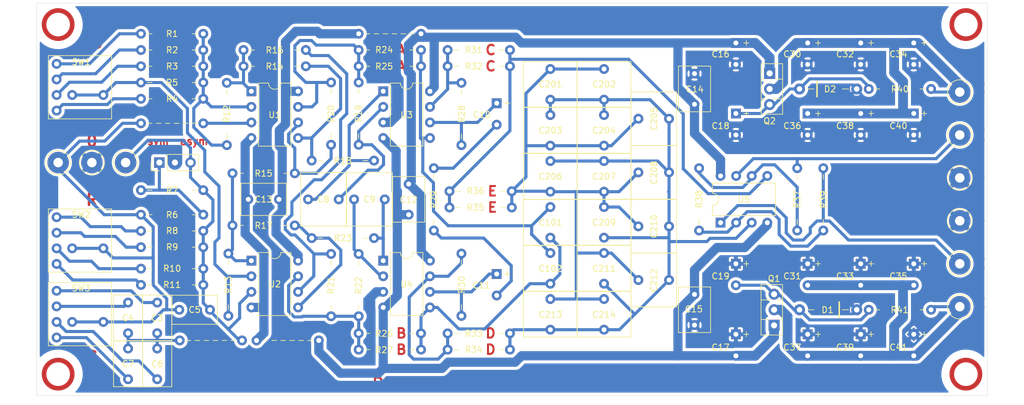
<source format=kicad_pcb>
(kicad_pcb (version 20240108) (generator "pcbnew") (generator_version "8.0")
  (title_block (title "Phono-Preamp: \"Sound Of Silence\" (as of 09.2018)") (comment 1 "PCB is not the original -> but like the original = exactly the same component placement") (comment 2 "1 layer PCB / all THT components"))
  (layers (0 "F.Cu" signal) (31 "B.Cu" signal) (34 "B.Paste" user) (35 "F.Paste" user) (36 "B.SilkS" user "B.Silkscreen") (37 "F.SilkS" user "F.Silkscreen") (38 "B.Mask" user) (39 "F.Mask" user) (44 "Edge.Cuts" user))
  (net 0 "")
  (net 1 "GND")
  (net 2 "Net-(C3-Pad1)")
  (net 3 "Net-(C4-Pad1)")
  (net 4 "Net-(C6-Pad1)")
  (net 5 "Net-(C7-Pad1)")
  (net 6 "Net-(C8-Pad1)")
  (net 7 "Net-(C8-Pad2)")
  (net 8 "Net-(C9-Pad1)")
  (net 9 "Net-(C9-Pad2)")
  (net 10 "Net-(C10-Pad1)")
  (net 11 "Net-(C19-Pad2)")
  (net 12 "Net-(C10-Pad2)")
  (net 13 "+UB_r")
  (net 14 "-UB_r")
  (net 15 "Net-(C11-Pad1)")
  (net 16 "Net-(C11-Pad2)")
  (net 17 "Net-(C18-Pad1)")
  (net 18 "Net-(C13-Pad1)")
  (net 19 "Net-(C13-Pad2)")
  (net 20 "Net-(C30-Pad1)")
  (net 21 "Net-(C31-Pad2)")
  (net 22 "Net-(J5-Pad1)")
  (net 23 "Net-(J8-Pad1)")
  (net 24 "Net-(JP2-Pad2)")
  (net 25 "Net-(R1-Pad1)")
  (net 26 "Net-(R1-Pad2)")
  (net 27 "Net-(R2-Pad1)")
  (net 28 "Net-(R3-Pad1)")
  (net 29 "Net-(R4-Pad1)")
  (net 30 "Net-(R13-Pad2)")
  (net 31 "Net-(R8-Pad2)")
  (net 32 "Net-(R9-Pad2)")
  (net 33 "Net-(R10-Pad2)")
  (net 34 "Net-(JP1-Pad1)")
  (net 35 "Net-(R11-Pad2)")
  (net 36 "Net-(R12-Pad2)")
  (net 37 "Net-(R13-Pad1)")
  (net 38 "Net-(R14-Pad2)")
  (net 39 "Net-(R15-Pad2)")
  (net 40 "Net-(R16-Pad2)")
  (net 41 "Net-(R17-Pad2)")
  (net 42 "Net-(R19-Pad2)")
  (net 43 "Net-(R21-Pad2)")
  (net 44 "Net-(R28-Pad2)")
  (net 45 "Net-(R30-Pad1)")
  (net 46 "Net-(R31-Pad2)")
  (net 47 "Net-(R37-Pad1)")
  (net 48 "Net-(R38-Pad1)")
  (net 49 "/In-")
  (net 50 "/IN+")
  (net 51 "/In-'")
  (net 52 "Net-(C101-Pad1)")
  (net 53 "Net-(C101-Pad2)")
  (net 54 "Net-(C201-Pad1)")
  (net 55 "Net-(C201-Pad2)")
  (footprint "analoghifi:R_Axial_DIN0207_L6.3mm_D2.5mm_P10.16mm_Horizontal_minSilk" (layer "F.Cu") (at 144.5 103.1 90)
    (property "Reference" "R19")
    (property "Value" "47k")
  )
  (footprint "analoghifi:Loet_Pin_D1.5mm_L14.0mm" (layer "F.Cu") (at 242.5 108.5)
    (property "Reference" "J6" (hide yes))
    (property "Value" "OUT_0")
  )
  (footprint "Capacitor_THT:C_Rect_L7.2mm_W4.5mm_P5.00mm_FKS2_FKP2_MKS2_MKP2" (layer "F.Cu") (at 106.9 141.325 90)
    (property "Reference" "C7")
    (property "Value" "47pF")
  )
  (footprint "analoghifi:R_Axial_DIN0207_L6.3mm_D2.5mm_P10.16mm_Horizontal_minSilk" (layer "F.Cu") (at 119.16 117.15 180)
    (property "Reference" "R8")
    (property "Value" "100Ω")
  )
  (footprint "analoghifi:Loet_Pin_D1.5mm_L14.0mm" (layer "F.Cu") (at 242.5 129.5)
    (property "Reference" "J9" (hide yes))
    (property "Value" "-UB")
  )
  (footprint "Capacitor_THT:C_Rect_L7.2mm_W8.5mm_P5.00mm_FKP2_FKP2_MKS2_MKP2" (layer "F.Cu") (at 175.75 110.75 90)
    (property "Reference" "C206")
    (property "Value" "33nF/1%/KP")
  )
  (footprint "analoghifi:R_Axial_DIN0207_L6.3mm_D2.5mm_P10.16mm_Horizontal_minSilk" (layer "F.Cu") (at 144.5 136.5)
    (property "Reference" "R27")
    (property "Value" "560")
  )
  (footprint "analoghifi:R_Axial_DIN0207_L6.3mm_D2.5mm_P10.16mm_Horizontal_minSilk" (layer "F.Cu") (at 123 103.16 90)
    (property "Reference" "R12")
    (property "Value" "2,2k")
  )
  (footprint "MountingHole:MountingHole_3.2mm_M3" (layer "F.Cu") (at 243.5 83.5)
    (property "Reference" "REF**" (hide yes))
    (property "Value" "MountingHole_3.2mm_M3")
  )
  (footprint "analoghifi:Loet_Pin_D1.5mm_L14.0mm" (layer "F.Cu") (at 101 106)
    (property "Reference" "J2" (hide yes))
    (property "Value" "IN_0 (GND)")
  )
  (footprint "analoghifi:Drahtbruecke_10.16mm" (layer "F.Cu") (at 138 135 180)
    (property "Reference" "JP4" (hide yes))
    (property "Value" "Jumper_2_Bridged")
  )
  (footprint "Package_DIP:DIP-8_W7.62mm" (layer "F.Cu") (at 148.5 94.38)
    (property "Reference" "U3")
    (property "Value" "LME49720")
  )
  (footprint "analoghifi:R_Axial_DIN0207_L6.3mm_D2.5mm_P10.16mm_Horizontal_minSilk" (layer "F.Cu") (at 140 120.9 -90)
    (property "Reference" "R21")
    (property "Value" "3,3k")
  )
  (footprint "analoghifi:Loet_Pin_D1.5mm_L14.0mm" (layer "F.Cu") (at 242.5 101.5)
    (property "Reference" "J5" (hide yes))
    (property "Value" "+OUT")
  )
  (footprint "analoghifi:CP_Radial_Black_D8.2mm_H12.0mm_P3.50mm_minimal_silk" (layer "F.Cu") (at 217.7 122.5 -90)
    (property "Reference" "C31")
    (property "Value" "12x 220uF/35V")
  )
  (footprint "analoghifi:R_Axial_DIN0207_L6.3mm_D2.5mm_P10.16mm_Horizontal_minSilk" (layer "F.Cu") (at 200 117.08 90)
    (property "Reference" "R38")
    (property "Value" "10k")
  )
  (footprint "analoghifi:CP_Radial_Black_D8.2mm_H12.0mm_P3.50mm_minimal_silk" (layer "F.Cu") (at 167 96.33 -90)
    (property "Reference" "C10")
    (property "Value" "470uF/16V")
  )
  (footprint "Package_TO_SOT_THT:TO-126-3_Vertical" (layer "F.Cu") (at 211.5 91.46 -90)
    (property "Reference" "Q2")
    (property "Value" "BD139")
  )
  (footprint "analoghifi:Drahtbruecke_10.16mm" (layer "F.Cu") (at 109 99.6)
    (property "Reference" "JP2" (hide yes))
    (property "Value" "Jumper_2_Bridged")
  )
  (footprint "analoghifi:R_Axial_DIN0207_L6.3mm_D2.5mm_P10.16mm_Horizontal_minSilk" (layer "F.Cu") (at 109 85)
    (property "Reference" "R1")
    (property "Value" "47Ω")
  )
  (footprint "Connector_PinHeader_2.54mm:PinHeader_1x03_P2.54mm_Vertical" (layer "F.Cu") (at 112 106 90)
    (property "Reference" "JP1" (hide yes))
    (property "Value" "Jumper_3_Bridged12")
  )
  (footprint "analoghifi:R_Axial_DIN0207_L6.3mm_D2.5mm_P10.16mm_Horizontal_minSilk" (layer "F.Cu") (at 144.5 133.85)
    (property "Reference" "R26")
    (property "Value" "33k")
  )
  (footprint "analoghifi:R_Axial_DIN0207_L6.3mm_D2.5mm_P10.16mm_Horizontal_minSilk" (layer "F.Cu") (at 125.72 87.65)
    (property "Reference" "R16")
    (property "Value" "2,2k")
  )
  (footprint "analoghifi:R_Axial_DIN0207_L6.3mm_D2.5mm_P10.16mm_Horizontal_minSilk" (layer "F.Cu") (at 119.16 125.95 180)
    (property "Reference" "R11")
    (property "Value" "1k")
  )
  (footprint "Package_DIP:DIP-8_W7.62mm" (layer "F.Cu") (at 148.5 122)
    (property "Reference" "U4")
    (property "Value" "LME49720")
  )
  (footprint "analoghifi:R_Axial_DIN0207_L6.3mm_D2.5mm_P10.16mm_Horizontal_minSilk" (layer "F.Cu") (at 119.16 110.5 180)
    (property "Reference" "R7")
    (property "Value" "23.5kΩ")
  )
  (footprint "analoghifi:C_Rect_L7.2mm_W5.0mm_P5.00mm_FKS2_FKP2_MKS2_MKP2" (layer "F.Cu") (at 152.65 109.5 -90)
    (property "Reference" "C12")
    (property "Value" "100nF")
  )
  (footprint "analoghifi:CP_Radial_Black_D8.2mm_H12.0mm_P3.50mm_minimal_silk" (layer "F.Cu") (at 235 98 -90)
    (property "Reference" "C40")
    (property "Value" "220uF/35V")
  )
  (footprint "Capacitor_THT:C_Rect_L7.2mm_W4.5mm_P5.00mm_FKS2_FKP2_MKS2_MKP2" (layer "F.Cu") (at 111.65 141.325 90)
    (property "Reference" "C6")
    (property "Value" "100pF")
  )
  (footprint "Package_DIP:DIP-8_W7.62mm" (layer "F.Cu") (at 203.5 115.8 90)
    (property "Reference" "U5")
    (property "Value" "LME49720")
  )
  (footprint "analoghifi:R_Axial_DIN0207_L6.3mm_D2.5mm_P10.16mm_Horizontal_minSilk" (layer "F.Cu") (at 123.92 116.25)
    (property "Reference" "R17")
    (property "Value" "2,2k")
  )
  (footprint "analoghifi:CP_Radial_Black_D8.2mm_H12.0mm_P3.50mm_minimal_silk" (layer "F.Cu") (at 226.35 86.5 -90)
    (property "Reference" "C32")
    (property "Value" "220uF/35V")
  )
  (footprint "analoghifi:R_Axial_DIN0207_L6.3mm_D2.5mm_P10.16mm_Horizontal_minSilk" (layer "F.Cu") (at 220.25 106.92 -90)
    (property "Reference" "R39")
    (property "Value" "2,7k")
  )
  (footprint "analoghifi:CP_Radial_Black_D8.2mm_H12.0mm_P3.50mm_minimal_silk" (layer "F.Cu") (at 235 86.5 -90)
    (property "Reference" "C34")
    (property "Value" "220uF/35V")
  )
  (footprint "Capacitor_THT:C_Rect_L7.2mm_W4.5mm_P5.00mm_FKS2_FKP2_MKS2_MKP2" (layer "F.Cu") (at 106.9 128.825 -90)
    (property "Reference" "C4")
    (property "Value" "220pF")
  )
  (footprint "analoghifi:R_Axial_DIN0207_L6.3mm_D2.5mm_P10.16mm_Horizontal_minSilk" (layer "F.Cu") (at 161.25 120.84 -90)
    (property "Reference" "R30")
    (property "Value" "2,2k")
  )
  (footprint "analoghifi:Loet_Pin_D1.5mm_L14.0mm" (layer "F.Cu") (at 242.5 94.5)
    (property "Reference" "J4" (hide yes))
    (property "Value" "+UB")
  )
  (footprint "Capacitor_THT:C_Rect_L7.2mm_W8.5mm_P5.00mm_FKP2_FKP2_MKS2_MKP2" (layer "F.Cu") (at 184.5 128.25 -90)
    (property "Reference" "C214")
    (property "Value" "33nF/1%/KP")
  )
  (footprint "analoghifi:Loet_Pin_D1.5mm_L14.0mm" (layer "F.Cu") (at 242.5 115.5)
    (property "Reference" "J7" (hide yes))
    (property "Value" "UB 0 (GND)")
  )
  (footprint "Capacitor_THT:C_Rect_L7.2mm_W8.5mm_P5.00mm_FKP2_FKP2_MKS2_MKP2" (layer "F.Cu") (at 184.5 113.25 -90)
    (property "Reference" "C209")
    (property "Value" "33nF/1%/KP")
  )
  (footprint "analoghifi:R_Axial_DIN0207_L6.3mm_D2.5mm_P10.16mm_Horizontal_minSilk" (layer "F.Cu") (at 161.25 103.16 90)
    (property "Reference" "R28")
    (property "Value" "2,2k")
  )
  (footprint "analoghifi:R_Axial_DIN0207_L6.3mm_D2.5mm_P10.16mm_Horizontal_minSilk" (layer "F.Cu") (at 109 90.3)
    (property "Reference" "R3")
    (property "Value" "220Ω")
  )
  (footprint "Capacitor_THT:C_Rect_L7.2mm_W8.5mm_P5.00mm_FKP2_FKP2_MKS2_MKP2" (layer "F.Cu") (at 175.75 113.25 -90)
    (property "Reference" "C101")
    (property "Value" "33nF/1%/KP")
  )
  (footprint "analoghifi:R_Axial_DIN0207_L6.3mm_D2.5mm_P10.16mm_Horizontal_minSilk" (layer "F.Cu") (at 125.72 90.3)
    (property "Reference" "R14")
    (property "Value" "2,2k")
  )
  (footprint "analoghifi:R_Axial_DIN0207_L6.3mm_D2.5mm_P10.16mm_Horizontal_minSilk" (layer "F.Cu") (at 140 103.1 90)
    (property "Reference" "R20")
    (property "Value" "3,3k")
  )
  (footprint "analoghifi:R_Axial_DIN0207_L6.3mm_D2.5mm_P10.16mm_Horizontal_minSilk" (layer "F.Cu") (at 119.16 119.8 180)
    (property "Reference" "R9")
    (property "Value" "220Ω")
  )
  (footprint "analoghifi:CP_Radial_Black_D8.2mm_H12.0mm_P3.50mm_minimal_silk" (layer "F.Cu") (at 226.35 134 -90)
    (property "Reference" "C39")
    (property "Value" "220uF/35V")
  )
  (footprint "analoghifi:CP_Radial_Black_D8.2mm_H12.0mm_P3.50mm_minimal_silk" (layer "F.Cu") (at 167 124.17 -90)
    (property "Reference" "C11")
    (property "Value" "470uF/16V")
  )
  (footprint "Capacitor_THT:C_Rect_L7.2mm_W4.5mm_P5.00mm_FKS2_FKP2_MKS2_MKP2" (layer "F.Cu") (at 115.25 130)
    (property "Reference" "C5")
    (property "Value" "47pF")
  )
  (footprint "MountingHole:MountingHole_3.2mm_M3" (layer "F.Cu") (at 95.5 83.5)
    (property "Reference" "REF**" (hide yes))
    (property "Value" "MountingHole_3.2mm_M3")
  )
  (footprint "analoghifi:R_Axial_DIN0207_L6.3mm_D2.5mm_P10.16mm_Horizontal_minSilk" (layer "F.Cu") (at 156.75 117.08 90)
    (property "Reference" "R29")
    (property "Value" "470")
  )
  (footprint "MountingHole:MountingHole_3.2mm_M3" (layer "F.Cu") (at 243.5 140.5)
    (property "Reference" "REF**" (hide yes))
    (property "Value" "MountingHole_3.2mm_M3")
  )
  (footprint "analoghifi:DRS_3016_4010_horiz_and_vert" (layer "F.Cu") (at 95.25 134.525 90)
    (property "Reference" "SW3")
    (property "Value" "DRS4010" (hide yes))
  )
  (footprint "analoghifi:Drahtbruecke_10.16mm" (layer "F.Cu") (at 154.66 85 180)
    (property "Reference" "JP3" (hide yes))
    (property "Value" "Jumper_2_Bridged")
  )
  (footprint "analoghifi:R_Axial_DIN0207_L6.3mm_D2.5mm_P10.16mm_Horizontal_minSilk" (layer "F.Cu") (at 237.82 130 180)
    (property "Reference" "R41")
    (property "Value" "3,3k")
  )
  (footprint "Capacitor_THT:C_Rect_L7.2mm_W8.5mm_P5.00mm_FKP2_FKP2_MKS2_MKP2" (layer "F.Cu") (at 136.25 112)
    (property "Reference" "C8")
    (property "Value" "470nF")
  )
  (footprint "analoghifi:D_DO-41_SOD81_medium_P9.33mm_Horiz_minSilk" (layer "F.Cu") (at 225.7 130 180)
    (property "Reference" "D1")
    (property "Value" "18V/1,3W/2%")
  )
  (footprint "Capacitor_THT:C_Rect_L7.2mm_W8.5mm_P5.00mm_FKP2_FKP2_MKS2_MKP2" (layer "F.Cu") (at 184.5 110.75 90)
    (property "Reference" "C207")
    (property "Value" "33nF/1%/KP")
  )
  (footprint "Capacitor_THT:C_Rect_L7.2mm_W8.5mm_P5.00mm_FKP2_FKP2_MKS2_MKP2" (layer "F.Cu") (at 175.75 128.25 -90)
    (property "Reference" "C213")
    (property "Value" "33nF/1%/KP")
  )
  (footprint "analoghifi:CP_Radial_Black_D8.2mm_H12.0mm_P3.50mm_minimal_silk" (layer "F.Cu") (at 206 134 -90)
    (property "Reference" "C17")
    (property "Value" "220uF/35V")
  )
  (footprint "analoghifi:R_Axial_DIN0207_L6.3mm_D2.5mm_P10.16mm_Horizontal_minSilk" (layer "F.Cu") (at 109 92.95)
    (property "Reference" "R5")
    (property "Value" "560Ω")
  )
  (footprint "Capacitor_THT:C_Rect_L7.2mm_W8.5mm_P5.00mm_FKP2_FKP2_MKS2_MKP2" (layer "F.Cu") (at 148.75 112 180)
    (property "Reference" "C9")
    (property "Value" "470nF")
  )
  (footprint "Capacitor_THT:C_Rect_L7.2mm_W4.5mm_P5.00mm_FKS2_FKP2_MKS2_MKP2" (layer "F.Cu") (at 111.65 128.825 -90)
    (property "Reference" "C3")
    (property "Value" "470pF")
  )
  (footprint "analoghifi:C_Rect_L7.2mm_W5.0mm_P5.00mm_FKS2_FKP2_MKS2_MKP2" (layer "F.Cu") (at 199.25 132.5 90)
    (property "Reference" "C15")
    (property "Value" "100nF")
  )
  (footprint "analoghifi:R_Axial_DIN0207_L6.3mm_D2.5mm_P10.16mm_Horizontal_minSilk" (layer "F.Cu") (at 119.16 123.3 180)
    (property "Reference" "R10")
    (property "Value" "470Ω")
  )
  (footprint "Capacitor_THT:C_Rect_L7.2mm_W8.5mm_P5.00mm_FKP2_FKP2_MKS2_MKP2" (layer "F.Cu") (at 175.75 90.75 -90)
    (property "Reference" "C201")
    (property "Value" "14x 33nF/1%/KP")
  )
  (footprint "Package_DIP:DIP-8_W7.62mm" (layer "F.Cu") (at 127 94.38)
    (property "Reference" "U1")
    (property "Value" "LME49720")
  )
  (footprint "analoghifi:R_Axial_DIN0207_L6.3mm_D2.5mm_P10.16mm_Horizontal_minSilk" (layer "F.Cu") (at 136.84 105.68)
    (property "Reference" "R18")
    (property "Value" "3,3k")
  )
  (footprint "Capacitor_THT:C_Rect_L7.2mm_W8.5mm_P5.00mm_FKP2_FKP2_MKS2_MKP2" (layer "F.Cu") (at 190.1 116.4)
    (property "Reference" "C210")
    (property "Value" "33nF/1%/KP")
  )
  (footprint "analoghifi:R_Axial_DIN0207_L6.3mm_D2.5mm_P10.16mm_Horizontal_minSilk" (layer "F.Cu") (at 159.3 113.325)
    (property "Reference" "R35")
    (property "Value" "33k")
  )
  (footprint "analoghifi:CP_Radial_Black_D8.2mm_H12.0mm_P3.50mm_minimal_silk" (layer "F.Cu") (at 206 122.5 -90)
    (property "Reference" "C19")
    (property "Value" "220uF/35V")
  )
  (footprint "analoghifi:R_Axial_DIN0207_L6.3mm_D2.5mm_P10.16mm_Horizontal_minSilk" (layer "F.Cu") (at 159 90.3)
    (property "Reference" "R32")
    (property "Value" "33k")
  )
  (footprint "analoghifi:R_Axial_DIN0207_L6.3mm_D2.5mm_P10.16mm_Horizontal_minSilk" (layer "F.Cu") (at 144.5 131.06 90)
    (property "Reference" "R22")
    (property "Value" "47k")
  )
  (footprint "analoghifi:DRS_3016_4010_horiz_and_vert" (layer "F.Cu") (at 95.25 97.525 90)
    (property "Reference" "SW1")
    (property "Value" "DRS4010" (hide yes))
  )
  (footprint "Capacitor_THT:C_Rect_L7.2mm_W8.5mm_P5.00mm_FKP2_FKP2_MKS2_MKP2" (layer "F.Cu") (at 184.5 90.75 -90)
    (property "Reference" "C202")
    (property "Value" "33nF/1%/KP")
  )
  (footprint "analoghifi:R_Axial_DIN0207_L6.3mm_D2.5mm_P10.16mm_Horizontal_minSilk" (layer "F.Cu") (at 144.5 87.65)
    (property "Reference" "R24")
    (property "Value" "560")
  )
  (footprint "analoghifi:DRS_3016_4010_horiz_and_vert" (layer "F.Cu") (at 95.25 122.525 90)
    (property "Reference" "SW2")
    (property "Value" "DRS4010" (hide yes))
  )
  (footprint "analoghifi:Loet_Pin_D1.5mm_L14.0mm" (layer "F.Cu") (at 106.5 106)
    (property "Reference" "J3" (hide yes))
    (property "Value" "IN-")
  )
  (footprint "analoghifi:D_DO-41_SOD81_medium_P9.33mm_Horiz_minSilk" (layer "F.Cu") (at 216.37 94)
    (property "Reference" "D2")
    (property "Value" "18V/1,3W/2%")
  )
  (footprint "MountingHole:MountingHole_3.2mm_M3" (layer "F.Cu") (at 95.5 140.5)
    (property "Reference" "REF**" (hide yes))
    (property "Value" "MountingHole_3.2mm_M3")
  )
  (footprint "analoghifi:CP_Radial_Black_D8.2mm_H12.0mm_P3.50mm_minimal_silk" (layer "F.Cu") (at 235 134 -90)
    (property "Reference" "C41")
    (property "Value" "220uF/35V")
  )
  (footprint "analoghifi:R_Axial_DIN0207_L6.3mm_D2.5mm_P10.16mm_Horizontal_minSilk" (layer "F.Cu") (at 123.92 107.75)
    (property "Reference" "R15")
    (property "Value" "2,2k")
  )
  (footprint "analoghifi:R_Axial_DIN0207_L6.3mm_D2.5mm_P10.16mm_Horizontal_minSilk" (layer "F.Cu") (at 159 136.5)
    (property "Reference" "R34")
    (property "Value" "3,3k")
  )
  (footprint "analoghifi:CP_Radial_Black_D8.2mm_H12.0mm_P3.50mm_minimal_silk" (layer "F.Cu") (at 206 98 -90)
    (property "Reference" "C18")
    (property "Value" "220uF/35V")
  )
  (footprint "analoghifi:C_Rect_L7.2mm_W5.0mm_P5.00mm_FKS2_FKP2_MKS2_MKP2" (layer "F.Cu") (at 131.5 112 180)
    (property "Reference" "C13")
    (property "Value" "100nF")
  )
  (footprint "analoghifi:R_Axial_DIN0207_L6.3mm_D2.5mm_P10.16mm_Horizontal_minSilk" (layer "F.Cu") (at 144.5 90.3)
    (property "Reference" "R25")
    (property "Value" "33k")
  )
  (footprint "analoghifi:Loet_Pin_D1.5mm_L14.0mm" (layer "F.Cu") (at 95.5 106)
    (property "Reference" "J1" (hide yes))
    (property "Value" "IN+")
  )
  (footprint "Capacitor_THT:C_Rect_L7.2mm_W8.5mm_P5.00mm_FKP2_FKP2_MKS2_MKP2" (layer "F.Cu") (at 175.75 120.75 -90)
    (property "Reference" "C102")
    (property "Value" "2x 33nF/1%/KP")
  )
  (footprint "analoghifi:R_Axial_DIN0207_L6.3mm_D2.5mm_P10.16mm_Horizontal_minSilk" (layer "F.Cu") (at 119.16 114.5 180)
    (property "Reference" "R6")
    (property "Value" "23.5kΩ")
  )
  (footprint "Capacitor_THT:C_Rect_L7.2mm_W8.5mm_P5.00mm_FKP2_FKP2_MKS2_MKP2" (layer "F.Cu") (at 175.75 103.25 90)
    (property "Reference" "C203")
    (property "Value" "33nF/1%/KP")
  )
  (footprint "analoghifi:R_Axial_DIN0207_L6.3mm_D2.5mm_P10.16mm_Horizontal_minSilk" (layer "F.Cu") (at 136.84 118.32)
    (property "Reference" "R23")
    (property "Value" "3,3k")
  )
  (footprint "analoghifi:R_Axial_DIN0207_L6.3mm_D2.5mm_P10.16mm_Horizontal_minSilk" (layer "F.Cu") (at 109 87.65)
    (property "Reference" "R2")
    (property "Value" "100Ω")
  )
  (footprint "analoghifi:R_Axial_DIN0207_L6.3mm_D2.5mm_P10.16mm_Horizontal_minSilk" (layer "F.Cu") (at 109 95.6)
    (property "Reference" "R4")
    (property "Value" "560Ω")
  )
  (footprint "analoghifi:C_Rect_L7.2mm_W5.0mm_P5.00mm_FKS2_FKP2_MKS2_MKP2" (layer "F.Cu") (at 199.25 96.5 90)
    (property "Reference" "C14")
    (property "Value" "100nF")
  )
  (footprint "analoghifi:CP_Radial_Black_D8.2mm_H12.0mm_P3.50mm_minimal_silk" (layer "F.Cu") (at 226.35 98 -90)
    (property "Reference" "C38")
    (property "Value" "220uF/35V")
  )
  (footprint "analoghifi:Loet_Pin_D1.5mm_L14.0mm" (layer "F.Cu") (at 242.5 122.5)
    (property "Reference" "J8" (hide yes))
    (property "Value" "-OUT")
  )
  (footprint "Capacitor_THT:C_Rect_L7.2mm_W8.5mm_P5.00mm_FKP2_FKP2_MKS2_MKP2" (layer "F.Cu") (at 190.1 107.6)
    (property "Reference" "C208")
    (property "Value" "33nF/1%/KP")
  )
  (footprint "analoghifi:CP_Radial_Black_D8.2mm_H12.0mm_P3.50mm_minimal_silk" (layer "F.Cu") (at 235 122.5 -90)
    (property "Reference" "C35")
    (property "Value" "220uF/35V")
  )
  (footprint "analoghifi:R_Axial_DIN0207_L6.3mm_D2.5mm_P10.16mm_Horizontal_minSilk" (layer "F.Cu") (at 159 87.65)
    (property "Reference" "R31")
    (property "Value" "3,3k")
  )
  (footprint "Capacitor_THT:C_Rect_L7.2mm_W8.5mm_P5.00mm_FKP2_FKP2_MKS2_MKP2" (layer "F.Cu") (at 190.1 98.85)
    (property "Reference" "C205")
    (property "Value" "33nF/1%/KP")
  )
  (footprint "analoghifi:CP_Radial_Black_D8.2mm_H12.0mm_P3.50mm_minimal_silk" (layer "F.Cu") (at 226.35 122.5 -90)
    (property "Reference" "C33")
    (property "Value" "220uF/35V")
  )
  (footprint "analoghifi:R_Axial_DIN0207_L6.3mm_D2.5mm_P10.16mm_Horizontal_minSilk" (layer "F.Cu") (at 227.66 94)
    (property "Reference" "R40")
    (property "Value" "3,3k")
  )
  (footprint "Package_TO_SOT_THT:TO-126-3_Vertical" (layer "F.Cu") (at 212.225 132.54 90)
    (property "Reference" "Q1")
    (property "Value" "BD140")
  )
  (footprint "Capacitor_THT:C_Rect_L7.2mm_W8.5mm_P5.00mm_FKP2_FKP2_MKS2_MKP2" (layer "F.Cu") (at 184.5 120.75 -90)
    (property "Reference" "C211")
    (property "Value" "33nF/1%/KP")
  )
  (footprint "analoghifi:R_Axial_DIN0207_L6.3mm_D2.5mm_P10.16mm_Horizontal_minSilk" (layer "F.Cu") (at 159.3 110.675)
    (property "Reference" "R36")
    (property "Value" "680")
  )
  (footprint "Capacitor_THT:C_Rect_L7.2mm_W8.5mm_P5.00mm_FKP2_FKP2_MKS2_MKP2" (layer "F.Cu") (at 190.1 125.15)
    (property "Reference" "C212")
    (property "Value" "33nF/1%/KP")
  )
  (footprint "Package_DIP:DIP-8_W7.62mm" (layer "F.Cu") (at 127 122)
    (property "Reference" "U2")
    (property "Value" "LME49720")
  )
  (footprint "analoghifi:R_Axial_DIN0207_L6.3mm_D2.5mm_P10.16mm_Horizontal_minSilk" (layer "F.Cu") (at 159 133.85)
    (property "Reference" "R33")
    (property "Value" "33k")
  )
  (footprint "analoghifi:CP_Radial_Black_D8.2mm_H12.0mm_P3.50mm_minimal_silk" (layer "F.Cu") (at 217.7 98 -90)
    (property "Reference" "C36")
    (property "Value" "220uF/35V")
  )
  (footprint "analoghifi:CP_Radial_Black_D8.2mm_H12.0mm_P3.50mm_minimal_silk" (layer "F.Cu") (at 217.7 86.5 -90)
    (property "Reference" "C30")
    (property "Value" "220uF/35V")
  )
  (footprint "analoghifi:CP_Radial_Black_D8.2mm_H12.0mm_P3.50mm_minimal_silk" (layer "F.Cu") (at 217.7 134 -90)
    (property "Reference" "C37")
    (property "Value" "220uF/35V")
  )
  (footprint "analoghifi:R_Axial_DIN0207_L6.3mm_D2.5mm_P10.16mm_Horizontal_minSilk" (layer "F.Cu") (at 123.25 120.84 -90)
    (property "Reference" "R13")
    (property "Value" "2,2k")
  )
  (footprint "analoghifi:CP_Radial_Black_D8.2mm_H12.0mm_P3.50mm_minimal_silk" (layer "F.Cu") (at 206 86.5 -90)
    (property "Reference" "C16")
    (property "Value" "220uF/35V")
  )
  (footprint "analoghifi:Drahtbruecke_10.16mm" (layer "F.Cu") (at 125.48 135 180)
    (property "Reference" "JP5" (hide yes))
    (property "Value" "Jumper_2_Bridged")
  )
  (footprint "analoghifi:R_Axial_DIN0207_L6.3mm_D2.5mm_P10.16mm_Horizontal_minSilk" (layer "F.Cu") (at 216 117.08 90)
    (property "Reference" "R37")
    (property "Value" "2,7k")
  )
  (footprint "Capacitor_THT:C_Rect_L7.2mm_W8.5mm_P5.00mm_FKP2_FKP2_MKS2_MKP2" (layer "F.Cu") (at 184.5 103.25 90)
    (property "Reference" "C204")
    (property "Value" "33nF/1%/KP")
  )
  (gr_circle (center 243.5 140.5) (end 245.8 140.5) (stroke (width 0.75)) (fill none) (layer "F.Cu"))
  (gr_circle (center 243.5 83.5) (end 245.8 83.5) (stroke (width 0.75)) (fill none) (layer "F.Cu"))
  (gr_circle (center 95.5 140.5) (end 97.8 140.5) (stroke (width 0.75)) (fill none) (layer "F.Cu"))
  (gr_circle (center 95.5 83.5) (end 97.8 83.5) (stroke (width 0.75)) (fill none) (layer "F.Cu"))
  (gr_line (start 92 80) (end 247 80) (stroke (width 0.05)) (layer "Edge.Cuts"))
  (gr_line (start 247 80) (end 247 144) (stroke (width 0.05)) (layer "Edge.Cuts"))
  (gr_line (start 247 144) (end 92 144) (stroke (width 0.05)) (layer "Edge.Cuts"))
  (gr_line (start 92 144) (end 92 80) (stroke (width 0.05)) (layer "Edge.Cuts"))
  (gr_text "R" (at 101 112.075 0) (layer "F.Cu") (effects (font (size 1.8 1.8) (thickness 0.4))))
  (gr_text "0" (at 245.67 115.5 90) (layer "F.Cu") (effects (font (size 1.5 1.5) (thickness 0.3))))
  (gr_text "B" (at 151.45 136.5 0) (layer "F.Cu") (effects (font (size 1.55 1.6) (thickness 0.325))))
  (gr_text "D" (at 166 136.5 0) (layer "F.Cu") (effects (font (size 1.55 1.6) (thickness 0.325))))
  (gr_text "A" (at 151.45 90.3 0) (layer "F.Cu") (effects (font (size 1.55 1.6) (thickness 0.325))))
  (gr_text "0" (at 101 102.525 0) (layer "F.Cu") (effects (font (size 1.8 1.8) (thickness 0.4))))
  (gr_text "WIMA-Edition" (at 182 142 0) (layer "F.Cu") (effects (font (size 1.7 1.79) (thickness 0.325))))
  (gr_text "E" (at 166.3 110.675 0) (layer "F.Cu") (effects (font (size 1.55 1.6) (thickness 0.325))))
  (gr_text "A" (at 151.45 87.65 0) (layer "F.Cu") (effects (font (size 1.55 1.6) (thickness 0.325))))
  (gr_text "dB" (at 101 86.425 0) (layer "F.Cu") (effects (font (size 1.8 1.8) (thickness 0.4))))
  (gr_text "+Ub" (at 245.67 94.825 90) (layer "F.Cu") (effects (font (size 1.5 1.5) (thickness 0.3))))
  (gr_text "Sound\nof\nSilence" (at 230.5 112.125 0) (layer "F.Cu") (effects (font (size 2.275 2.275) (thickness 0.4) (italic yes))))
  (gr_text "B" (at 151.45 133.85 0) (layer "F.Cu") (effects (font (size 1.55 1.6) (thickness 0.325))))
  (gr_text "C" (at 166 87.65 0) (layer "F.Cu") (effects (font (size 1.55 1.6) (thickness 0.325))))
  (gr_text "+" (at 95.5 102.525 0) (layer "F.Cu") (effects (font (size 1.8 1.8) (thickness 0.4))))
  (gr_text "C" (at 101 137.725 0) (layer "F.Cu") (effects (font (size 1.8 1.8) (thickness 0.4))))
  (gr_text "0" (at 245.67 108.5 90) (layer "F.Cu") (effects (font (size 1.5 1.5) (thickness 0.3))))
  (gr_text "-OUT" (at 245.67 122.825 90) (layer "F.Cu") (effects (font (size 1.5 1.5) (thickness 0.3))))
  (gr_text "C" (at 166 90.3 0) (layer "F.Cu") (effects (font (size 1.55 1.6) (thickness 0.325))))
  (gr_text "E" (at 166.3 113.325 0) (layer "F.Cu") (effects (font (size 1.55 1.6) (thickness 0.325))))
  (gr_text "sym  asym" (at 115 102.525 0) (layer "F.Cu") (effects (font (size 1.2 1.2) (thickness 0.25))))
  (gr_text "D" (at 166 133.85 0) (layer "F.Cu") (effects (font (size 1.55 1.6) (thickness 0.325))))
  (gr_text "+OUT" (at 245.67 101.825 90) (layer "F.Cu") (effects (font (size 1.5 1.5) (thickness 0.3))))
  (gr_text "-" (at 106.5 102.525 0) (layer "F.Cu") (effects (font (size 1.8 1.8) (thickness 0.4))))
  (gr_text "-Ub" (at 245.67 129.825 90) (layer "F.Cu") (effects (font (size 1.5 1.5) (thickness 0.3))))
  (gr_text "Phono-Preamp" (at 157 142 0) (layer "F.Cu") (effects (font (size 1.7 1.79) (thickness 0.325))))
  (segment (start 147.36863 127.08) (end 146.45 127.99863) (width 1.5) (layer "B.Cu") (net 1))
  (segment (start 146.45 127.99863) (end 146.45 130.425) (width 1.5) (layer "B.Cu") (net 1))
  (segment (start 148.5 99.46) (end 149.63137 99.46) (width 1.5) (layer "B.Cu") (net 1))
  (segment (start 150.55 98.54137) (end 150.55 96.575) (width 1.5) (layer "B.Cu") (net 1))
  (segment (start 149.63137 99.46) (end 150.55 98.54137) (width 1.5) (layer "B.Cu") (net 1))
  (segment (start 148.5 127.08) (end 147.36863 127.08) (width 1.5) (layer "B.Cu") (net 1))
  (segment (start 95.25 126.905) (end 107.41 126.905) (width 0.5) (layer "B.Cu") (net 2))
  (segment (start 107.41 126.905) (end 109.33 128.825) (width 0.5) (layer "B.Cu") (net 2))
  (segment (start 109.33 128.825) (end 111.25 128.825) (width 0.5) (layer "B.Cu") (net 2))
  (segment (start 106.28 129.445) (end 106.9 128.825) (width 0.5) (layer "B.Cu") (net 3))
  (segment (start 95.25 129.445) (end 106.28 129.445) (width 0.5) (layer "B.Cu") (net 3))
  (segment (start 106.01 138.34) (end 108.665 138.34) (width 0.5) (layer "B.Cu") (net 4))
  (segment (start 101.215499 133.545499) (end 106.01 138.34) (width 0.5) (layer "B.Cu") (net 4))
  (segment (start 95.25 131.985) (end 96.810499 133.545499) (width 0.5) (layer "B.Cu") (net 4))
  (segment (start 108.665 138.34) (end 111.65 141.325) (width 0.5) (layer "B.Cu") (net 4))
  (segment (start 96.810499 133.545499) (end 101.215499 133.545499) (width 0.5) (layer "B.Cu") (net 4))
  (segment (start 100.12 134.545) (end 106.9 141.325) (width 0.5) (layer "B.Cu") (net 5))
  (segment (start 95.27 134.545) (end 100.12 134.545) (width 0.5) (layer "B.Cu") (net 5))
  (segment (start 95.25 134.525) (end 95.27 134.545) (width 0.5) (layer "B.Cu") (net 5))
  (segment (start 137.46 112) (end 142.950489 106.509511) (width 0.5) (layer "B.Cu") (net 6))
  (segment (start 142.950489 99.929511) (end 148.5 94.38) (width 0.5) (layer "B.Cu") (net 6))
  (segment (start 142.950489 105.669511) (end 142.950489 99.929511) (width 0.5) (layer "B.Cu") (net 6))
  (segment (start 136.25 112) (end 137.46 112) (width 0.5) (layer "B.Cu") (net 6))
  (segment (start 142.960978 105.68) (end 142.950489 105.669511) (width 0.5) (layer "B.Cu") (net 6))
  (segment (start 147 105.68) (end 142.960978 105.68) (width 0.5) (layer "B.Cu") (net 6))
  (segment (start 142.950489 106.509511) (end 142.950489 105.669511) (width 0.5) (layer "B.Cu") (net 6))
  (segment (start 146.01 107.24) (end 147.65 107.24) (width 0.5) (layer "B.Cu") (net 7))
  (segment (start 147.65 107.24) (end 148.54951 106.34049) (width 0.5) (layer "B.Cu") (net 7))
  (segment (start 141.25 112) (end 146.01 107.24) (width 0.5) (layer "B.Cu") (net 7))
  (segment (start 148.5 96.92) (end 144.5 100.92) (width 0.5) (layer "B.Cu") (net 7))
  (segment (start 144.5 100.92) (end 144.5 103.1) (width 0.5) (layer "B.Cu") (net 7))
  (segment (start 148.54951 105.00951) (end 146.64 103.1) (width 0.5) (layer "B.Cu") (net 7))
  (segment (start 146.64 103.1) (end 144.5 103.1) (width 0.5) (layer "B.Cu") (net 7))
  (segment (start 148.54951 106.34049) (end 148.54951 105.00951) (width 0.5) (layer "B.Cu") (net 7))
  (segment (start 148.5 112.25) (end 148.5 118.48) (width 0.5) (layer "B.Cu") (net 8))
  (segment (start 148.75 112) (end 148.5 112.25) (width 0.5) (layer "B.Cu") (net 8))
  (segment (start 147 118.32) (end 148.34 118.32) (width 0.5) (layer "B.Cu") (net 8))
  (segment (start 148.5 118.48) (end 148.5 122) (width 0.5) (layer "B.Cu") (net 8))
  (segment (start 148.34 118.32) (end 148.5 118.48) (width 0.5) (layer "B.Cu") (net 8))
  (segment (start 143.75 112) (end 143.75 120.15) (width 0.5) (layer "B.Cu") (net 9))
  (segment (start 143.75 120.15) (end 144.5 120.9) (width 0.5) (layer "B.Cu") (net 9))
  (segment (start 148.5 124.54) (end 148.14 124.54) (width 0.5) (layer "B.Cu") (net 9))
  (segment (start 148.14 124.54) (end 144.5 120.9) (width 0.5) (layer "B.Cu") (net 9))
  (segment (start 161.25 99.47) (end 161.26 99.46) (width 0.5) (layer "B.Cu") (net 10))
  (segment (start 161.26 99.46) (end 163.87 99.46) (width 0.5) (layer "B.Cu") (net 10))
  (segment (start 161.25 103.16) (end 161.25 99.47) (width 0.5) (layer "B.Cu") (net 10))
  (segment (start 163.87 99.46) (end 167 96.33) (width 0.5) (layer "B.Cu") (net 10))
  (segment (start 156.12 99.46) (end 161.26 99.46) (width 0.5) (layer "B.Cu") (net 10))
  (segment (start 210.765 126) (end 212.225 127.46) (width 0.5) (layer "B.Cu") (net 11))
  (segment (start 216.37 130) (end 218.019511 131.649511) (width 0.5) (layer "B.Cu") (net 11))
  (segment (start 206 126) (end 210.765 126) (width 0.5) (layer "B.Cu") (net 11))
  (segment (start 226.383251 131.649511) (end 227.66 130.372762) (width 0.5) (layer "B.Cu") (net 11))
  (segment (start 212.975 127.46) (end 212.225 127.46) (width 0.5) (layer "B.Cu") (net 11))
  (segment (start 215.515 130) (end 212.975 127.46) (width 0.5) (layer "B.Cu") (net 11))
  (segment (start 218.019511 131.649511) (end 226.383251 131.649511) (width 0.5) (layer "B.Cu") (net 11))
  (segment (start 227.66 130.372762) (end 227.66 130) (width 0.5) (layer "B.Cu") (net 11))
  (segment (start 216.37 130) (end 215.515 130) (width 0.5) (layer "B.Cu") (net 11))
  (segment (start 156.75 106.92) (end 159.91 106.92) (width 0.5) (layer "B.Cu") (net 12))
  (segment (start 167 99.83) (end 159.91 106.92) (width 0.5) (layer "B.Cu") (net 12))
  (segment (start 152.610489 86.799511) (end 153.84 85.57) (width 1.5) (layer "B.Cu") (net 13))
  (segment (start 199.25 101.265) (end 199.25 96.5) (width 1.5) (layer "B.Cu") (net 13))
  (segment (start 153.84 85.57) (end 170.09 85.57) (width 1.5) (layer "B.Cu") (net 13))
  (segment (start 170.09 85.57) (end 171.02 86.5) (width 1.5) (layer "B.Cu") (net 13))
  (segment (start 154.7 120.58) (end 154.7 111.45) (width 1.5) (layer "B.Cu") (net 13))
  (segment (start 196.55 93.8) (end 196.55 86.5) (width 1.5) (layer "B.Cu") (net 13))
  (segment (start 152.65 109.5) (end 153.07 109.08) (width 1.5) (layer "B.Cu") (net 13))
  (segment (start 156.81 93.69) (end 156.81 85.57) (width 1.5) (layer "B.Cu") (net 13))
  (segment (start 156.12 122) (end 154.7 120.58) (width 1.5) (layer "B.Cu") (net 13))
  (segment (start 154.7 111.45) (end 153.07 109.82) (width 1.5) (layer "B.Cu") (net 13))
  (segment (start 156.12 94.38) (end 156.81 93.69) (width 1.5) (layer "B.Cu") (net 13))
  (segment (start 203.5 108.18) (end 203.5 105.515) (width 1.5) (layer "B.Cu") (net 13))
  (segment (start 171.02 86.5) (end 206 86.5) (width 1.5) (layer "B.Cu") (net 13))
  (segment (start 153.07 109.08) (end 153.07 91.608447) (width 1.5) (layer "B.Cu") (net 13))
  (segment (start 152.610489 91.148936) (end 152.610489 86.799511) (width 1.5) (layer "B.Cu") (net 13))
  (segment (start 211.5 91.46) (end 211.5 88.85) (width 1.6) (layer "B.Cu") (net 13))
  (segment (start 203.5 105.515) (end 199.25 101.265) (width 1.5) (layer "B.Cu") (net 13))
  (segment (start 209.15 86.5) (end 206 86.5) (width 1.6) (layer "B.Cu") (net 13))
  (segment (start 211.5 88.85) (end 209.15 86.5) (width 1.6) (layer "B.Cu") (net 13))
  (segment (start 153.07 91.608447) (end 152.610489 91.148936) (width 1.5) (layer "B.Cu") (net 13))
  (segment (start 199.25 96.5) (end 196.55 93.8) (width 1.5) (layer "B.Cu") (net 13))
  (segment (start 158.07 139.56) (end 148.5 139.56) (width 1.5) (layer "B.Cu") (net 14))
  (segment (start 150.8 114.51) (end 150.8 127.678447) (width 1.5) (layer "B.Cu") (net 14))
  (segment (start 141.495 140.335) (end 147.725 140.335) (width 1.5) (layer "B.Cu") (net 14))
  (segment (start 150.6 110.46) (end 150.8 110.66) (width 1.5) (layer "B.Cu") (net 14))
  (segment (start 206 137.5) (end 209.15 137.5) (width 1.6) (layer "B.Cu") (net 14))
  (segment (start 199.25 123.505) (end 199.25 127.5) (width 1.5) (layer "B.Cu") (net 14))
  (segment (start 148.858447 129.62) (end 148.5 129.62) (width 1.5) (layer "B.Cu") (net 14))
  (segment (start 211.12 115.8) (end 211.12 116.175) (width 1.5) (layer "B.Cu") (net 14))
  (segment (start 150.6 104.1) (end 150.6 110.46) (width 1.5) (layer "B.Cu") (net 14))
  (segment (start 170.009138 138.55) (end 171.059138 137.5) (width 1.5) (layer "B.Cu") (net 14))
  (segment (start 148.5 129.62) (end 148.5 139.56) (width 1.5) (layer "B.Cu") (net 14))
  (segment (start 147.725 140.335) (end 148.5 139.56) (width 1.5) (layer "B.Cu") (net 14))
  (segment (start 212.225 134.425) (end 212.225 132.54) (width 1.6) (layer "B.Cu") (net 14))
  (segment (start 196.55 130.2) (end 196.55 137.5) (width 1.5) (layer "B.Cu") (net 14))
  (segment (start 209.15 137.5) (end 212.225 134.425) (width 1.6) (layer "B.Cu") (net 14))
  (segment (start 150.8 110.66) (end 150.8 114.51) (width 1.5) (layer "B.Cu") (net 14))
  (segment (start 171.059138 137.5) (end 206 137.5) (width 1.5) (layer "B.Cu") (net 14))
  (segment (start 202.9 119.855) (end 199.25 123.505) (width 1.5) (layer "B.Cu") (net 14))
  (segment (start 211.12 116.175) (end 207.44 119.855) (width 1.5) (layer "B.Cu") (net 14))
  (segment (start 148.5 102) (end 150.6 104.1) (width 1.5) (layer "B.Cu") (net 14))
  (segment (start 199.25 127.5) (end 196.55 130.2) (width 1.5) (layer "B.Cu") (net 14))
  (segment (start 158.07 139.56) (end 159.08 138.55) (width 1.5) (layer "B.Cu") (net 14))
  (segment (start 141.495 140.335) (end 138 136.84) (width 1.5) (layer "B.Cu") (net 14))
  (segment (start 159.08 138.55) (end 170.009138 138.55) (width 1.5) (layer "B.Cu") (net 14))
  (segment (start 207.44 119.855) (end 202.9 119.855) (width 1.5) (layer "B.Cu") (net 14))
  (segment (start 152.65 114.5) (end 150.81 114.5) (width 1.5) (layer "B.Cu") (net 14))
  (segment (start 150.81 114.5) (end 150.8 114.51) (width 1.5) (layer "B.Cu") (net 14))
  (segment (start 138 136.84) (end 138 135) (width 1.5) (layer "B.Cu") (net 14))
  (segment (start 150.8 127.678447) (end 148.858447 129.62) (width 1.5) (layer "B.Cu") (net 14))
  (segment (start 161.25 131) (end 161.25 127.24) (width 0.5) (layer "B.Cu") (net 15))
  (segment (start 156.12 127.08) (end 161.09 127.08) (width 0.5) (layer "B.Cu") (net 15))
  (segment (start 161.09 127.08) (end 162.89 127.08) (width 0.5) (layer "B.Cu") (net 15))
  (segment (start 165.8 124.17) (end 167 124.17) (width 0.5) (layer "B.Cu") (net 15))
  (segment (start 162.89 127.08) (end 165.8 124.17) (width 0.5) (layer "B.Cu") (net 15))
  (segment (start 161.25 127.24) (end 161.09 127.08) (width 0.5) (layer "B.Cu") (net 15))
  (segment (start 169.37 125.3) (end 167 127.67) (width 0.5) (layer "B.Cu") (net 16))
  (segment (start 157.975 118.305) (end 164.87 118.305) (width 0.5) (layer "B.Cu") (net 16))
  (segment (start 156.75 117.08) (end 157.975 118.305) (width 0.5) (layer "B.Cu") (net 16))
  (segment (start 164.87 118.305) (end 169.37 122.805) (width 0.5) (layer "B.Cu") (net 16))
  (segment (start 169.37 122.805) (end 169.37 125.3) (width 0.5) (layer "B.Cu") (net 16))
  (segment (start 214.795 94) (end 212.255 96.54) (width 0.5) (layer "B.Cu") (net 17))
  (segment (start 216.37 94) (end 218.019511 92.350489) (width 0.5) (layer "B.Cu") (net 17))
  (segment (start 226.383251 92.350489) (end 227.66 93.627238) (width 0.5) (layer "B.Cu") (net 17))
  (segment (start 216.37 94) (end 214.795 94) (width 0.5) (layer "B.Cu") (net 17))
  (segment (start 210.04 98) (end 211.5 96.54) (width 0.5) (layer "B.Cu") (net 17))
  (segment (start 218.019511 92.350489) (end 226.383251 92.350489) (width 0.5) (layer "B.Cu") (net 17))
  (segment (start 206 98) (end 210.04 98) (width 0.5) (layer "B.Cu") (net 17))
  (segment (start 212.255 96.54) (end 211.5 96.54) (width 0.5) (layer "B.Cu") (net 17))
  (segment (start 227.66 93.627238) (end 227.66 94) (width 0.5) (layer "B.Cu") (net 17))
  (segment (start 131.03 117.53) (end 131.03 114.94) (width 1.5) (layer "B.Cu") (net 18))
  (segment (start 134.62 122) (end 134.62 121.12) (width 1.5) (layer "B.Cu") (net 18))
  (segment (start 132.570489 99.736864) (end 132.570489 94.115489) (width 1.5) (layer "B.Cu") (net 18))
  (segment (start 131.03 114.94) (end 132.03 113.94) (width 1.5) (layer "B.Cu") (net 18))
  (segment (start 137.745978 84.600978) (end 134.243394 84.600978) (width 1.5) (layer "B.Cu") (net 18))
  (segment (start 132.03 113.94) (end 132.03 103.74) (width 1.5) (layer "B.Cu") (net 18))
  (segment (start 132.03 103.74) (end 131.570499 103.280499) (width 1.5) (layer "B.Cu") (net 18))
  (segment (start 134.62 121.12) (end 131.03 117.53) (width 1.5) (layer "B.Cu") (net 18))
  (segment (start 144.5 85) (end 138.145 85) (width 1.5) (layer "B.Cu") (net 18))
  (segment (start 134.62 94.38) (end 132.835 94.38) (width 1.5) (layer "B.Cu") (net 18))
  (segment (start 131.570499 103.280499) (end 131.570499 100.736854) (width 1.5) (layer "B.Cu") (net 18))
  (segment (start 134.243394 84.600978) (end 132.570489 86.273883) (width 1.5) (layer "B.Cu") (net 18))
  (segment (start 132.570489 86.273883) (end 132.570489 94.115489) (width 1.5) (layer "B.Cu") (net 18))
  (segment (start 131.570499 100.736854) (end 132.570489 99.736864) (width 1.5) (layer "B.Cu") (net 18))
  (segment (start 132.835 94.38) (end 132.570489 94.115489) (width 1.5) (layer "B.Cu") (net 18))
  (segment (start 138.145 85) (end 137.745978 84.600978) (width 1.5) (layer "B.Cu") (net 18))
  (segment (start 125.99 103.01) (end 125.99 117.61) (width 1.5) (layer "B.Cu") (net 19))
  (segment (start 125.99 117.61) (end 129.049511 120.669511) (width 1.5) (layer "B.Cu") (net 19))
  (segment (start 129.049511 120.669511) (end 129.049511 133.790489) (width 1.5) (layer "B.Cu") (net 19))
  (segment (start 127 129.62) (end 128.805 129.62) (width 1.5) (layer "B.Cu") (net 19))
  (segment (start 127 102) (end 125.99 103.01) (width 1.5) (layer "B.Cu") (net 19))
  (segment (start 129.049511 133.790489) (end 127.84 135) (width 1.5) (layer "B.Cu") (net 19))
  (segment (start 226.35 86.5) (end 235 86.5) (width 1.6) (layer "B.Cu") (net 20))
  (segment (start 211.5 94) (end 212.60366 94) (width 1.6) (layer "B.Cu") (net 20))
  (segment (start 217.7 86.5) (end 215.865 86.5) (width 1.6) (layer "B.Cu") (net 20))
  (segment (start 233.25 92.77) (end 233.25 98) (width 1.6) (layer "B.Cu") (net 20))
  (segment (start 231.8 91.32) (end 233.25 92.77) (width 1.6) (layer "B.Cu") (net 20))
  (segment (start 212.60366 94) (end 213.699511 92.904149) (width 1.6) (layer "B.Cu") (net 20))
  (segment (start 235 98) (end 226.35 98) (width 1.6) (layer "B.Cu") (net 20))
  (segment (start 242.5 94.5) (end 238.32 94.5) (width 0.5) (layer "B.Cu") (net 20))
  (segment (start 213.699511 88.665489) (end 215.865 86.5) (width 1.6) (layer "B.Cu") (net 20))
  (segment (start 235.7 86.5) (end 235 86.5) (width 1.6) (layer "B.Cu") (net 20))
  (segment (start 217.7 86.5) (end 226.35 86.5) (width 1.6) (layer "B.Cu") (net 20))
  (segment (start 242.5 94.5) (end 242.5 93.3) (width 1.6) (layer "B.Cu") (net 20))
  (segment (start 217.7 98) (end 226.35 98) (width 1.6) (layer "B.Cu") (net 20))
  (segment (start 242.5 93.3) (end 235.7 86.5) (width 1.6) (layer "B.Cu") (net 20))
  (segment (start 238.32 94.5) (end 237.82 94) (width 0.5) (layer "B.Cu") (net 20))
  (segment (start 231.8 86.525) (end 231.8 91.32) (width 1.6) (layer "B.Cu") (net 20))
  (segment (start 213.699511 92.904149) (end 213.699511 88.665489) (width 1.6) (layer "B.Cu") (net 20))
  (segment (start 214.424511 135.889511) (end 216.035 137.5) (width 1.6) (layer "B.Cu") (net 21))
  (segment (start 231.8 137.5) (end 231.8 132.705) (width 1.6) (layer "B.Cu") (net 21))
  (segment (start 242.5 130.4) (end 242.5 129.5) (width 1.6) (layer "B.Cu") (net 21))
  (segment (start 226.35 137.5) (end 235.4 137.5) (width 1.6) (layer "B.Cu") (net 21))
  (segment (start 214.424511 131.10085) (end 214.424511 135.889511) (width 1.6) (layer "B.Cu") (net 21))
  (segment (start 226.35 126) (end 235 126) (width 1.6) (layer "B.Cu") (net 21))
  (segment (start 217.7 126) (end 226.35 126) (width 1.6) (layer "B.Cu") (net 21))
  (segment (start 231.8 132.705) (end 233.25 131.255) (width 1.6) (layer "B.Cu") (net 21))
  (segment (start 212.225 130) (end 213.32366 130) (width 1.6) (layer "B.Cu") (net 21))
  (segment (start 238.32 129.5) (end 237.82 130) (width 0.5) (layer "B.Cu") (net 21))
  (segment (start 217.7 137.5) (end 226.35 137.5) (width 1.6) (layer "B.Cu") (net 21))
  (segment (start 235.4 137.5) (end 242.5 130.4) (width 1.6) (layer "B.Cu") (net 21))
  (segment (start 216.035 137.5) (end 217.7 137.5) (width 1.6) (layer "B.Cu") (net 21))
  (segment (start 242.5 129.5) (end 238.32 129.5) (width 0.5) (layer "B.Cu") (net 21))
  (segment (start 213.32366 130) (end 214.424511 131.10085) (width 1.6) (layer "B.Cu") (net 21))
  (segment (start 233.25 131.255) (end 233.25 126.005) (width 1.6) (layer "B.Cu") (net 21))
  (segment (start 216 105.405) (end 216.04 105.365) (width 0.5) (layer "B.Cu") (net 22))
  (segment (start 238.635 105.365) (end 216.04 105.365) (width 0.5) (layer "B.Cu") (net 22))
  (segment (start 208.855 105.365) (end 206.04 108.18) (width 0.5) (layer "B.Cu") (net 22))
  (segment (start 242.5 101.5) (end 238.635 105.365) (width 0.5) (layer "B.Cu") (net 22))
  (segment (start 216 106.92) (end 216 105.405) (width 0.5) (layer "B.Cu") (net 22))
  (segment (start 216.04 105.365) (end 208.855 105.365) (width 0.5) (layer "B.Cu") (net 22))
  (segment (start 224.36 118.635) (end 221.25 115.525) (width 0.5) (layer "B.Cu") (net 23))
  (segment (start 220.25 115.475) (end 220.3 115.525) (width 0.5) (layer "B.Cu") (net 23))
  (segment (start 216.995489 118.629511) (end 216.995489 118.627337) (width 0.5) (layer "B.Cu") (net 23))
  (segment (start 216.995489 118.629511) (end 215.35817 118.629511) (width 0.5) (layer "B.Cu") (net 23))
  (segment (start 216.995489 118.627337) (end 218.125 117.497826) (width 0.5) (layer "B.Cu") (net 23))
  (segment (start 218.125 116.617826) (end 218.125 117.497826) (width 0.5) (layer "B.Cu") (net 23))
  (segment (start 215.35817 118.629511) (end 214.21 117.481341) (width 0.5) (layer "B.Cu") (net 23))
  (segment (start 221.25 115.525) (end 220.3 115.525) (width 0.5) (layer "B.Cu") (net 23))
  (segment (start 219.217826 115.525) (end 218.125 116.617826) (width 0.5) (layer "B.Cu") (net 23))
  (segment (start 214.21 115.006478) (end 212.214011 113.010489) (width 0.5) (layer "B.Cu") (net 23))
  (segment (start 242.5 122.5) (end 238.635 118.635) (width 0.5) (layer "B.Cu") (net 23))
  (segment (start 220.3 115.525) (end 219.217826 115.525) (width 0.5) (layer "B.Cu") (net 23))
  (segment (start 212.214011 113.010489) (end 206.289511 113.010489) (width 0.5) (layer "B.Cu") (net 23))
  (segment (start 214.21 117.481341) (end 214.21 115.006478) (width 0.5) (layer "B.Cu") (net 23))
  (segment (start 206.289511 113.010489) (end 203.5 115.8) (width 0.5) (layer "B.Cu") (net 23))
  (segment (start 220.25 106.92) (end 220.25 115.475) (width 0.5) (layer "B.Cu") (net 23))
  (segment (start 238.635 118.635) (end 224.36 118.635) (width 0.5) (layer "B.Cu") (net 23))
  (segment (start 126.86 99.6) (end 127 99.46) (width 0.5) (layer "B.Cu") (net 24))
  (segment (start 119.16 99.6) (end 126.86 99.6) (width 0.5) (layer "B.Cu") (net 24))
  (segment (start 100.595 89.905) (end 105.5 85) (width 0.5) (layer "B.Cu") (net 25))
  (segment (start 95.25 89.905) (end 100.595 89.905) (width 0.5) (layer "B.Cu") (net 25))
  (segment (start 105.5 85) (end 109 85) (width 0.5) (layer "B.Cu") (net 25))
  (segment (start 123 103.16) (end 120.528659 103.16) (width 0.5) (layer "B.Cu") (net 26))
  (segment (start 117.610489 97.149511) (end 119.16 95.6) (width 0.5) (layer "B.Cu") (net 26))
  (segment (start 119.16 85) (end 119.16 95.6) (width 0.5) (layer "B.Cu") (net 26))
  (segment (start 120.528659 103.16) (end 117.610489 100.24183) (width 0.5) (layer "B.Cu") (net 26))
  (segment (start 120.48 96.92) (end 119.16 95.6) (width 0.5) (layer "B.Cu") (net 26))
  (segment (start 127 96.92) (end 120.48 96.92) (width 0.5) (layer "B.Cu") (net 26))
  (segment (start 117.610489 100.24183) (end 117.610489 97.149511) (width 0.5) (layer "B.Cu") (net 26))
  (segment (start 96.17 91.525) (end 101.6 91.525) (width 0.5) (layer "B.Cu") (net 27))
  (segment (start 95.25 92.445) (end 96.17 91.525) (width 0.5) (layer "B.Cu") (net 27))
  (segment (start 105.475 87.65) (end 109 87.65) (width 0.5) (layer "B.Cu") (net 27))
  (segment (start 101.6 91.525) (end 105.475 87.65) (width 0.5) (layer "B.Cu") (net 27))
  (segment (start 102.595 92.905) (end 105.2 90.3) (width 0.5) (layer "B.Cu") (net 28))
  (segment (start 105.2 90.3) (end 109 90.3) (width 0.5) (layer "B.Cu") (net 28))
  (segment (start 95.25 94.985) (end 97.33 92.905) (width 0.5) (layer "B.Cu") (net 28))
  (segment (start 97.33 92.905) (end 102.595 92.905) (width 0.5) (layer "B.Cu") (net 28))
  (segment (start 95.25 97.525) (end 96.24 96.535) (width 0.5) (layer "B.Cu") (net 29))
  (segment (start 103.53 96.535) (end 104.465 95.6) (width 0.5) (layer "B.Cu") (net 29))
  (segment (start 104.465 95.6) (end 109 95.6) (width 0.5) (layer "B.Cu") (net 29))
  (segment (start 96.24 96.535) (end 103.53 96.535) (width 0.5) (layer "B.Cu") (net 29))
  (segment (start 121.73 109.85) (end 121.73 118.3) (width 0.5) (layer "B.Cu") (net 30))
  (segment (start 109 92.95) (end 112.335 92.95) (width 0.5) (layer "B.Cu") (net 30))
  (segment (start 102.87 94.985) (end 97.79 94.985) (width 0.5) (layer "B.Cu") (net 30))
  (segment (start 109 92.95) (end 104.905 92.95) (width 0.5) (layer "B.Cu") (net 30))
  (segment (start 116.58 97.195) (end 116.58 101.18) (width 0.5) (layer "B.Cu") (net 30))
  (segment (start 121.05 122.57) (end 123.02 124.54) (width 0.5) (layer "B.Cu") (net 30))
  (segment (start 104.905 92.95) (end 102.87 94.985) (width 0.5) (layer "B.Cu") (net 30))
  (segment (start 121.05 118.98) (end 121.05 122.57) (width 0.5) (layer "B.Cu") (net 30))
  (segment (start 116.58 101.18) (end 119.4 104) (width 0.5) (layer "B.Cu") (net 30))
  (segment (start 127 124.54) (end 123.02 124.54) (width 0.5) (layer "B.Cu") (net 30))
  (segment (start 119.4 104) (end 119.4 107.52) (width 0.5) (layer "B.Cu") (net 30))
  (segment (start 121.73 118.3) (end 121.05 118.98) (width 0.5) (layer "B.Cu") (net 30))
  (segment (start 119.4 107.52) (end 121.73 109.85) (width 0.5) (layer "B.Cu") (net 30))
  (segment (start 123.25 124.77) (end 123.02 124.54) (width 0.5) (layer "B.Cu") (net 30))
  (segment (start 123.25 131) (end 123.25 124.77) (width 0.5) (layer "B.Cu") (net 30))
  (segment (start 112.335 92.95) (end 116.58 97.195) (width 0.5) (layer "B.Cu") (net 30))
  (segment (start 99.2 114.905) (end 100.74 116.445) (width 0.5) (layer "B.Cu") (net 31))
  (segment (start 100.74 116.445) (end 105.775 116.445) (width 0.5) (layer "B.Cu") (net 31))
  (segment (start 95.25 114.905) (end 99.2 114.905) (width 0.5) (layer "B.Cu") (net 31))
  (segment (start 105.775 116.445) (end 106.48 117.15) (width 0.5) (layer "B.Cu") (net 31))
  (segment (start 106.48 117.15) (end 109 117.15) (width 0.5) (layer "B.Cu") (net 31))
  (segment (start 99.21 117.445) (end 99.805 118.04) (width 0.5) (layer "B.Cu") (net 32))
  (segment (start 104.84 118.04) (end 106.6 119.8) (width 0.5) (layer "B.Cu") (net 32))
  (segment (start 95.25 117.445) (end 99.21 117.445) (width 0.5) (layer "B.Cu") (net 32))
  (segment (start 106.6 119.8) (end 109 119.8) (width 0.5) (layer "B.Cu") (net 32))
  (segment (start 99.805 118.04) (end 104.84 118.04) (width 0.5) (layer "B.Cu") (net 32))
  (segment (start 102.14 123.3) (end 109 123.3) (width 0.5) (layer "B.Cu") (net 33))
  (segment (start 95.25 119.985) (end 97.35 122.085) (width 0.5) (layer "B.Cu") (net 33))
  (segment (start 97.35 122.085) (end 100.925 122.085) (width 0.5) (layer "B.Cu") (net 33))
  (segment (start 100.925 122.085) (end 102.14 123.3) (width 0.5) (layer "B.Cu") (net 33))
  (segment (start 109 110.5) (end 112.06 110.5) (width 0.5) (layer "B.Cu") (net 34))
  (segment (start 112 110.44) (end 112.06 110.5) (width 0.5) (layer "B.Cu") (net 34))
  (segment (start 115.16 110.5) (end 119.16 114.5) (width 0.5) (layer "B.Cu") (net 34))
  (segment (start 112.06 110.5) (end 115.16 110.5) (width 0.5) (layer "B.Cu") (net 34))
  (segment (start 112 106) (end 112 110.44) (width 0.5) (layer "B.Cu") (net 34))
  (segment (start 97.87 125.145) (end 95.25 122.525) (width 0.5) (layer "B.Cu") (net 35))
  (segment (start 109 125.95) (end 108.195 125.145) (width 0.5) (layer "B.Cu") (net 35))
  (segment (start 108.195 125.145) (end 97.87 125.145) (width 0.5) (layer "B.Cu") (net 35))
  (segment (start 125.72 93.1) (end 125.72 90.3) (width 0.5) (layer "B.Cu") (net 36))
  (segment (start 127 94.38) (end 125.72 93.1) (width 0.5) (layer "B.Cu") (net 36))
  (segment (start 125.62 93) (end 125.72 93.1) (width 0.5) (layer "B.Cu") (net 36))
  (segment (start 125.72 87.65) (end 125.72 90.3) (width 0.5) (layer "B.Cu") (net 36))
  (segment (start 123 93) (end 125.62 93) (width 0.5) (layer "B.Cu") (net 36))
  (segment (start 123.92 107.75) (end 123.92 116.25) (width 0.5) (layer "B.Cu") (net 37))
  (segment (start 124.41 122) (end 123.25 120.84) (width 0.5) (layer "B.Cu") (net 37))
  (segment (start 123.92 120.17) (end 123.25 120.84) (width 0.5) (layer "B.Cu") (net 37))
  (segment (start 123.92 116.25) (end 123.92 120.17) (width 0.5) (layer "B.Cu") (net 37))
  (segment (start 127 122) (end 124.41 122) (width 0.5) (layer "B.Cu") (net 37))
  (segment (start 122.94 120.84) (end 123 120.84) (width 0.5) (layer "B.Cu") (net 37))
  (segment (start 136.84 102.04) (end 136.8 102) (width 0.5) (layer "B.Cu") (net 38))
  (segment (start 141.549511 92.29817) (end 141.549511 97.250489) (width 0.5) (layer "B.Cu") (net 38))
  (segment (start 141.549511 97.250489) (end 136.8 102) (width 0.5) (layer "B.Cu") (net 38))
  (segment (start 136.8 102) (end 134.62 102) (width 0.5) (layer "B.Cu") (net 38))
  (segment (start 136.84 105.68) (end 136.84 102.04) (width 0.5) (layer "B.Cu") (net 38))
  (segment (start 135.88 90.3) (end 139.551341 90.3) (width 0.5) (layer "B.Cu") (net 38))
  (segment (start 139.551341 90.3) (end 141.549511 92.29817) (width 0.5) (layer "B.Cu") (net 38))
  (segment (start 134.62 99.807968) (end 133.07 101.357968) (width 0.5) (layer "B.Cu") (net 39))
  (segment (start 134.08 103.651341) (end 134.08 107.75) (width 0.5) (layer "B.Cu") (net 39))
  (segment (start 133.07 102.641341) (end 134.08 103.651341) (width 0.5) (layer "B.Cu") (net 39))
  (segment (start 134.08 107.75) (end 137.6 107.75) (width 0.5) (layer "B.Cu") (net 39))
  (segment (start 134.62 99.46) (end 134.62 99.807968) (width 0.5) (layer "B.Cu") (net 39))
  (segment (start 133.07 101.357968) (end 133.07 102.641341) (width 0.5) (layer "B.Cu") (net 39))
  (segment (start 137.6 107.75) (end 140 105.35) (width 0.5) (layer "B.Cu") (net 39))
  (segment (start 140 105.35) (end 140 103.1) (width 0.5) (layer "B.Cu") (net 39))
  (segment (start 133.437968 117.8) (end 132.53 116.892032) (width 0.5) (layer "B.Cu") (net 40))
  (segment (start 132.53 116.892032) (end 132.53 115.607968) (width 0.5) (layer "B.Cu") (net 40))
  (segment (start 141.549511 105.700489) (end 141.549511 99.030489) (width 0.5) (layer "B.Cu") (net 40))
  (segment (start 137.18 120.9) (end 137.18 120.851341) (width 0.5) (layer "B.Cu") (net 40))
  (segment (start 140 120.9) (end 137.18 120.9) (width 0.5) (layer "B.Cu") (net 40))
  (segment (start 132.53 115.607968) (end 133.61 114.527968) (width 0.5) (layer "B.Cu") (net 40))
  (segment (start 134.128659 117.8) (end 133.437968 117.8) (width 0.5) (layer "B.Cu") (net 40))
  (segment (start 141.549511 99.030489) (end 142.549022 98.030978) (width 0.5) (layer "B.Cu") (net 40))
  (segment (start 133.61 114.527968) (end 133.61 112.43) (width 0.5) (layer "B.Cu") (net 40))
  (segment (start 137.240489 108.799511) (end 138.450489 108.799511) (width 0.5) (layer "B.Cu") (net 40))
  (segment (start 138.450489 108.799511) (end 141.549511 105.700489) (width 0.5) (layer "B.Cu") (net 40))
  (segment (start 137.18 120.851341) (end 134.128659 117.8) (width 0.5) (layer "B.Cu") (net 40))
  (segment (start 137.18 120.9) (end 137.18 124.52) (width 0.5) (layer "B.Cu") (net 40))
  (segment (start 142.549022 91.524022) (end 139.58 88.555) (width 0.5) (layer "B.Cu") (net 40))
  (segment (start 133.61 112.43) (end 137.240489 108.799511) (width 0.5) (layer "B.Cu") (net 40))
  (segment (start 142.549022 98.030978) (end 142.549022 91.524022) (width 0.5) (layer "B.Cu") (net 40))
  (segment (start 137.18 124.52) (end 134.62 127.08) (width 0.5) (layer "B.Cu") (net 40))
  (segment (start 139.58 88.555) (end 136.785 88.555) (width 0.5) (layer "B.Cu") (net 40))
  (segment (start 136.785 88.555) (end 135.88 87.65) (width 0.5) (layer "B.Cu") (net 40))
  (segment (start 134.62 129.62) (end 141.58 122.66) (width 0.5) (layer "B.Cu") (net 41))
  (segment (start 134.08 116.25) (end 134.77 116.25) (width 0.5) (layer "B.Cu") (net 41))
  (segment (start 141.58 120.27) (end 139.63 118.32) (width 0.5) (layer "B.Cu") (net 41))
  (segment (start 141.58 122.66) (end 141.58 120.27) (width 0.5) (layer "B.Cu") (net 41))
  (segment (start 134.77 116.25) (end 136.84 118.32) (width 0.5) (layer "B.Cu") (net 41))
  (segment (start 139.63 118.32) (end 136.84 118.32) (width 0.5) (layer "B.Cu") (net 41))
  (segment (start 144.5 87.65) (end 144.5 92.94) (width 0.5) (layer "B.Cu") (net 42))
  (segment (start 140 92.94) (end 137.65 92.94) (width 0.5) (layer "B.Cu") (net 42))
  (segment (start 137.565001 86.850001) (end 143.700001 86.850001) (width 0.5) (layer "B.Cu") (net 42))
  (segment (start 137.65 92.94) (end 135.885 92.94) (width 0.5) (layer "B.Cu") (net 42))
  (segment (start 135.885 92.94) (end 134.09 91.145) (width 0.5) (layer "B.Cu") (net 42))
  (segment (start 134.934511 86.100489) (end 136.815489 86.100489) (width 0.5) (layer "B.Cu") (net 42))
  (segment (start 134.09 91.145) (end 134.09 86.945) (width 0.5) (layer "B.Cu") (net 42))
  (segment (start 136.815489 86.100489) (end 137.565001 86.850001) (width 0.5) (layer "B.Cu") (net 42))
  (segment (start 134.62 96.92) (end 136.9 96.92) (width 0.5) (layer "B.Cu") (net 42))
  (segment (start 134.09 86.945) (end 134.934511 86.100489) (width 0.5) (layer "B.Cu") (net 42))
  (segment (start 143.700001 86.850001) (end 144.5 87.65) (width 0.5) (layer "B.Cu") (net 42))
  (segment (start 136.9 96.92) (end 137.65 96.17) (width 0.5) (layer "B.Cu") (net 42))
  (segment (start 137.65 96.17) (end 137.65 92.94) (width 0.5) (layer "B.Cu") (net 42))
  (segment (start 135.371341 131.06) (end 135.26183 131.169511) (width 0.5) (layer "B.Cu") (net 43))
  (segment (start 140 131.06) (end 135.371341 131.06) (width 0.5) (layer "B.Cu") (net 43))
  (segment (start 133.070489 130.26183) (end 133.070489 126.089511) (width 0.5) (layer "B.Cu") (net 43))
  (segment (start 133.070489 126.089511) (end 134.62 124.54) (width 0.5) (layer "B.Cu") (net 43))
  (segment (start 144.5 131.06) (end 140 131.06) (width 0.5) (layer "B.Cu") (net 43))
  (segment (start 135.26183 131.169511) (end 133.97817 131.169511) (width 0.5) (layer "B.Cu") (net 43))
  (segment (start 133.97817 131.169511) (end 133.070489 130.26183) (width 0.5) (layer "B.Cu") (net 43))
  (segment (start 144.5 133.85) (end 144.5 136.5) (width 0.5) (layer "B.Cu") (net 43))
  (segment (start 144.5 131.06) (end 144.5 133.85) (width 0.5) (layer "B.Cu") (net 43))
  (segment (start 159.03 93) (end 159 92.97) (width 0.5) (layer "B.Cu") (net 44))
  (segment (start 159 90.3) (end 159 92.97) (width 0.5) (layer "B.Cu") (net 44))
  (segment (start 161.25 93) (end 159.03 93) (width 0.5) (layer "B.Cu") (net 44))
  (segment (start 159 94.04) (end 156.12 96.92) (width 0.5) (layer "B.Cu") (net 44))
  (segment (start 159 92.97) (end 159 94.04) (width 0.5) (layer "B.Cu") (net 44))
  (segment (start 159 87.65) (end 159 90.3) (width 0.5) (layer "B.Cu") (net 44))
  (segment (start 161.25 120.84) (end 161.25 122.38) (width 0.5) (layer "B.Cu") (net 45))
  (segment (start 152.74 137.34) (end 153.45 138.05) (width 0.5) (layer "B.Cu") (net 45))
  (segment (start 157.45 138.05) (end 159 136.5) (width 0.5) (layer "B.Cu") (net 45))
  (segment (start 159 133.85) (end 159 136.5) (width 0.5) (layer "B.Cu") (net 45))
  (segment (start 161.25 122.38) (end 159.09 124.54) (width 0.5) (layer "B.Cu") (net 45))
  (segment (start 156.12 124.54) (end 152.74 127.92) (width 0.5) (layer "B.Cu") (net 45))
  (segment (start 159.09 124.54) (end 156.12 124.54) (width 0.5) (layer "B.Cu") (net 45))
  (segment (start 152.74 127.92) (end 152.74 137.34) (width 0.5) (layer "B.Cu") (net 45))
  (segment (start 153.45 138.05) (end 157.45 138.05) (width 0.5) (layer "B.Cu") (net 45))
  (segment (start 208.230489 111.069511) (end 201.469511 111.069511) (width 0.5) (layer "B.Cu") (net 46))
  (segment (start 188.51 89.16) (end 169.27 89.16) (width 0.5) (layer "B.Cu") (net 46))
  (segment (start 201.469511 111.069511) (end 197.42 107.02) (width 0.5) (layer "B.Cu") (net 46))
  (segment (start 169.16 87.65) (end 169.16 89.05) (width 0.5) (layer "B.Cu") (net 46))
  (segment (start 169.16 90.3) (end 169.16 100.815) (width 0.5) (layer "B.Cu") (net 46))
  (segment (start 211.12 108.18) (end 208.230489 111.069511) (width 0.5) (layer "B.Cu") (net 46))
  (segment (start 169.16 100.815) (end 159.3 110.675) (width 0.5) (layer "B.Cu") (net 46))
  (segment (start 159.3 110.675) (end 159.3 113.325) (width 0.5) (layer "B.Cu") (net 46))
  (segment (start 169.27 89.16) (end 169.16 89.05) (width 0.5) (layer "B.Cu") (net 46))
  (segment (start 197.42 107.02) (end 197.42 98.07) (width 0.5) (layer "B.Cu") (net 46))
  (segment (start 169.16 89.05) (end 169.16 90.3) (width 0.5) (layer "B.Cu") (net 46))
  (segment (start 197.42 98.07) (end 188.51 89.16) (width 0.5) (layer "B.Cu") (net 46))
  (segment (start 216 110.03) (end 216 117.08) (width 0.5) (layer "B.Cu") (net 47))
  (segment (start 208.58 108.18) (end 210.395489 106.364511) (width 0.5) (layer "B.Cu") (net 47))
  (segment (start 202.34 110.07) (end 200 107.73) (width 0.5) (layer "B.Cu") (net 47))
  (segment (start 208.58 108.59) (end 207.1 110.07) (width 0.5) (layer "B.Cu") (net 47))
  (segment (start 200 107.73) (end 200 106.92) (width 0.5) (layer "B.Cu") (net 47))
  (segment (start 208.58 108.18) (end 208.58 108.59) (width 0.5) (layer "B.Cu") (net 47))
  (segment (start 212.334511 106.364511) (end 216 110.03) (width 0.5) (layer "B.Cu") (net 47))
  (segment (start 207.1 110.07) (end 202.34 110.07) (width 0.5) (layer "B.Cu") (net 47))
  (segment (start 210.395489 106.364511) (end 212.334511 106.364511) (width 0.5) (layer "B.Cu") (net 47))
  (segment (start 213.050489 115.260489) (end 213.050489 117.735352) (width 0.5) (layer "B.Cu") (net 48))
  (segment (start 211.8 114.01) (end 213.050489 115.260489) (width 0.5) (layer "B.Cu") (net 48))
  (segment (start 207.83 114.01) (end 211.8 114.01) (width 0.5) (layer "B.Cu") (net 48))
  (segment (start 204.604872 117.355978) (end 206.04 115.92085) (width 0.5) (layer "B.Cu") (net 48))
  (segment (start 206.04 115.8) (end 207.83 114.01) (width 0.5) (layer "B.Cu") (net 48))
  (segment (start 214.944159 119.629022) (end 217.700978 119.629022) (width 0.5) (layer "B.Cu") (net 48))
  (segment (start 217.700978 119.629022) (end 220.25 117.08) (width 0.5) (layer "B.Cu") (net 48))
  (segment (start 213.050489 117.735352) (end 214.944159 119.629022) (width 0.5) (layer "B.Cu") (net 48))
  (segment (start 200.275978 117.355978) (end 204.604872 117.355978) (width 0.5) (layer "B.Cu") (net 48))
  (segment (start 206.04 115.92085) (end 206.04 115.8) (width 0.5) (layer "B.Cu") (net 48))
  (segment (start 200 117.08) (end 200.275978 117.355978) (width 0.5) (layer "B.Cu") (net 48))
  (segment (start 125.09 128.99) (end 125.09 131.36) (width 0.5) (layer "B.Cu") (net 49))
  (segment (start 120.25 130.192032) (end 124.108984 134.051016) (width 0.5) (layer "B.Cu") (net 49))
  (segment (start 124.108984 134.051016) (end 125.057968 135) (width 0.5) (layer "B.Cu") (net 49))
  (segment (start 119.16 117.15) (end 120.73 115.58) (width 0.5) (layer "B.Cu") (net 49))
  (segment (start 119.16 128.91) (end 120.25 130) (width 0.5) (layer "B.Cu") (net 49))
  (segment (start 125.057968 135) (end 125.48 135) (width 0.5) (layer "B.Cu") (net 49))
  (segment (start 120.73 115.58) (end 120.73 112.07) (width 0.5) (layer "B.Cu") (net 49))
  (segment (start 120.73 112.07) (end 119.16 110.5) (width 0.5) (layer "B.Cu") (net 49))
  (segment (start 115.83 102.37) (end 117.08 103.62) (width 0.5) (layer "B.Cu") (net 49))
  (segment (start 125.09 131.36) (end 123.253984 133.196016) (width 0.5) (layer "B.Cu") (net 49))
  (segment (start 117.08 103.62) (end 117.08 106) (width 0.5) (layer "B.Cu") (net 49))
  (segment (start 117.08 108.42) (end 119.16 110.5) (width 0.5) (layer "B.Cu") (net 49))
  (segment (start 120.25 130) (end 120.25 130.192032) (width 0.5) (layer "B.Cu") (net 49))
  (segment (start 119.16 125.95) (end 119.16 128.91) (width 0.5) (layer "B.Cu") (net 49))
  (segment (start 106.5 106) (end 110.13 102.37) (width 0.5) (layer "B.Cu") (net 49))
  (segment (start 127 127.08) (end 125.09 128.99) (width 0.5) (layer "B.Cu") (net 49))
  (segment (start 110.13 102.37) (end 115.83 102.37) (width 0.5) (layer "B.Cu") (net 49))
  (segment (start 117.08 106) (end 117.08 108.42) (width 0.5) (layer "B.Cu") (net 49))
  (segment (start 119.16 117.15) (end 119.16 125.95) (width 0.5) (layer "B.Cu") (net 49))
  (segment (start 104.435 121.55) (end 110.97 121.55) (width 0.5) (layer "B.Cu") (net 50))
  (segment (start 110.97 121.55) (end 111 121.52) (width 0.5) (layer "B.Cu") (net 50))
  (segment (start 97.79 119.985) (end 102.87 119.985) (width 0.5) (layer "B.Cu") (net 50))
  (segment (start 95.5 107) (end 95.5 106) (width 0.5) (layer "B.Cu") (net 50))
  (segment (start 103.1 102.5) (end 106 99.6) (width 0.5) (layer "B.Cu") (net 50))
  (segment (start 113.2 129.96) (end 113.24 130) (width 0.5) (layer "B.Cu") (net 50))
  (segment (start 110.68 131.985) (end 112.665 130) (width 0.5) (layer "B.Cu") (net 50))
  (segment (start 106 99.6) (end 109 99.6) (width 0.5) (layer "B.Cu") (net 50))
  (segment (start 99 102.5) (end 103.1 102.5) (width 0.5) (layer "B.Cu") (net 50))
  (segment (start 111 116.5) (end 111 121.52) (width 0.5) (layer "B.Cu") (net 50))
  (segment (start 102.87 131.985) (end 110.68 131.985) (width 0.5) (layer "B.Cu") (net 50))
  (segment (start 115.25 130) (end 113.24 130) (width 0.5) (layer "B.Cu") (net 50))
  (segment (start 95.5 106) (end 99 102.5) (width 0.5) (layer "B.Cu") (net 50))
  (segment (start 97.79 131.985) (end 102.87 131.985) (width 0.5) (layer "B.Cu") (net 50))
  (segment (start 102.87 119.985) (end 104.435 121.55) (width 0.5) (layer "B.Cu") (net 50))
  (segment (start 111 125.982968) (end 113.2 128.182968) (width 0.5) (layer "B.Cu") (net 50))
  (segment (start 113.2 128.182968) (end 113.2 129.96) (width 0.5) (layer "B.Cu") (net 50))
  (segment (start 103 114.5) (end 95.5 107) (width 0.5) (layer "B.Cu") (net 50))
  (segment (start 109 114.5) (end 103 114.5) (width 0.5) (layer "B.Cu") (net 50))
  (segment (start 109 114.5) (end 111 116.5) (width 0.5) (layer "B.Cu") (net 50))
  (segment (start 111 121.52) (end 111 125.982968) (width 0.5) (layer "B.Cu") (net 50))
  (segment (start 112.665 130) (end 113.24 130) (width 0.5) (layer "B.Cu") (net 50))
  (segment (start 106.9 133.825) (end 106.9 135.07) (width 0.5) (layer "B.Cu") (net 51))
  (segment (start 106.9 135.07) (end 106.9 136.325) (width 0.5) (layer "B.Cu") (net 51))
  (segment (start 111.65 133.825) (end 111.65 136.325) (width 0.5) (layer "B.Cu") (net 51))
  (segment (start 115.32 135) (end 106.97 135) (width 0.5) (layer "B.Cu") (net 51))
  (segment (start 106.97 135) (end 106.9 135.07) (width 0.5) (layer "B.Cu") (net 51))
  (segment (start 159.088332 116.303332) (end 172.696668 116.303332) (width 0.5) (layer "B.Cu") (net 52))
  (segment (start 172.696668 117.696668) (end 172.696668 116.303332) (width 0.5) (layer "B.Cu") (net 52))
  (segment (start 172.696668 116.303332) (end 175.75 113.25) (width 0.5) (layer "B.Cu") (net 52))
  (segment (start 154.950489 102.399511) (end 154.950489 107.565489) (width 0.5) (layer "B.Cu") (net 52))
  (segment (start 156.12 102) (end 154.59 102) (width 0.5) (layer "B.Cu") (net 52))
  (segment (start 156.69 113.905) (end 159.088332 116.303332) (width 0.5) (layer "B.Cu") (net 52))
  (segment (start 154.950489 107.565489) (end 156.69 109.305) (width 0.5) (layer "B.Cu") (net 52))
  (segment (start 154.570489 102.019511) (end 154.570489 90.389511) (width 0.5) (layer "B.Cu") (net 52))
  (segment (start 154.570489 102.019511) (end 154.950489 102.399511) (width 0.5) (layer "B.Cu") (net 52))
  (segment (start 154.59 102) (end 154.570489 102.019511) (width 0.5) (layer "B.Cu") (net 52))
  (segment (start 175.75 120.75) (end 172.696668 117.696668) (width 0.5) (layer "B.Cu") (net 52))
  (segment (start 156.69 109.305) (end 156.69 113.905) (width 0.5) (layer "B.Cu") (net 52))
  (segment (start 154.570489 90.389511) (end 154.66 90.3) (width 0.5) (layer "B.Cu") (net 52))
  (segment (start 154.66 87.65) (end 154.66 90.3) (width 0.5) (layer "B.Cu") (net 52))
  (segment (start 172.425 125.75) (end 165.05 133.125) (width 0.5) (layer "B.Cu") (net 53))
  (segment (start 154.66 131.08) (end 156.12 129.62) (width 0.5) (layer "B.Cu") (net 53))
  (segment (start 154.66 133.85) (end 154.66 131.08) (width 0.5) (layer "B.Cu") (net 53))
  (segment (start 154.66 133.85) (end 154.66 136.5) (width 0.5) (layer "B.Cu") (net 53))
  (segment (start 177.3 124.2) (end 177.3 119.8) (width 0.5) (layer "B.Cu") (net 53))
  (segment (start 165.05 133.125) (end 160.815 133.125) (width 0.5) (layer "B.Cu") (net 53))
  (segment (start 157.31 129.62) (end 156.12 129.62) (width 0.5) (layer "B.Cu") (net 53))
  (segment (start 175.75 125.75) (end 172.425 125.75) (width 0.5) (layer "B.Cu") (net 53))
  (segment (start 175.75 125.75) (end 177.3 124.2) (width 0.5) (layer "B.Cu") (net 53))
  (segment (start 160.815 133.125) (end 157.31 129.62) (width 0.5) (layer "B.Cu") (net 53))
  (segment (start 177.3 119.8) (end 175.75 118.25) (width 0.5) (layer "B.Cu") (net 53))
  (segment (start 184.5 103.25) (end 171.82 103.25) (width 0.5) (layer "B.Cu") (net 54))
  (segment (start 184.5 120.75) (end 180.19 120.75) (width 0.5) (layer "B.Cu") (net 54))
  (segment (start 190.1 125.15) (end 185.7 120.75) (width 0.5) (layer "B.Cu") (net 54))
  (segment (start 184.5 113.25) (end 186.95 113.25) (width 0.5) (layer "B.Cu") (net 54))
  (segment (start 186.95 110.75) (end 184.5 110.75) (width 0.5) (layer "B.Cu") (net 54))
  (segment (start 175.75 90.75) (end 171.77 94.73) (width 0.5) (layer "B.Cu") (net 54))
  (segment (start 184.5 113.25) (end 184.5 110.75) (width 0.5) (layer "B.Cu") (net 54))
  (segment (start 180.19 120.75) (end 179.97 120.53) (width 0.5) (layer "B.Cu") (net 54))
  (segment (start 179.97 128.12) (end 180.1 128.25) (width 0.5) (layer "B.Cu") (net 54))
  (segment (start 185.7 120.75) (end 184.5 120.75) (width 0.5) (layer "B.Cu") (net 54))
  (segment (start 179.97 110.75) (end 179.97 120.53) (width 0.5) (layer "B.Cu") (net 54))
  (segment (start 179.97 120.53) (end 179.97 128.12) (width 0.5) (layer "B.Cu") (net 54))
  (segment (start 169.46 110.675) (end 169.46 113.325) (width 0.5) (layer "B.Cu") (net 54))
  (segment (start 185.7 103.25) (end 184.5 103.25) (width 0.5) (layer "B.Cu") (net 54))
  (segment (start 169.46 110.675) (end 175.675 110.675) (width 0.5) (layer "B.Cu") (net 54))
  (segment (start 171.77 108.365) (end 169.46 110.675) (width 0.5) (layer "B.Cu") (net 54))
  (segment (start 175.75 110.75) (end 179.97 110.75) (width 0.5) (layer "B.Cu") (net 54))
  (segment (start 171.77 105.68) (end 171.77 108.365) (width 0.5) (layer "B.Cu") (net 54))
  (segment (start 171.82 103.25) (end 171.77 103.2) (width 0.5) (layer "B.Cu") (net 54))
  (segment (start 179.97 110.75) (end 184.5 110.75) (width 0.5) (layer "B.Cu") (net 54))
  (segment (start 184.5 90.75) (end 175.75 90.75) (width 0.5) (layer "B.Cu") (net 54))
  (segment (start 175.75 128.25) (end 180.1 128.25) (width 0.5) (layer "B.Cu") (net 54))
  (segment (start 190.1 107.6) (end 186.95 110.75) (width 0.5) (layer "B.Cu") (net 54))
  (segment (start 180.1 128.25) (end 184.5 128.25) (width 0.5) (layer "B.Cu") (net 54))
  (segment (start 171.77 103.2) (end 171.77 105.68) (width 0.5) (layer "B.Cu") (net 54))
  (segment (start 175.675 110.675) (end 175.75 110.75) (width 0.5) (layer "B.Cu") (net 54))
  (segment (start 186.95 113.25) (end 190.1 116.4) (width 0.5) (layer "B.Cu") (net 54))
  (segment (start 190.1 98.85) (end 185.7 103.25) (width 0.5) (layer "B.Cu") (net 54))
  (segment (start 171.77 94.73) (end 171.77 103.2) (width 0.5) (layer "B.Cu") (net 54))
  (segment (start 169.76 133.25) (end 175.75 133.25) (width 0.5) (layer "B.Cu") (net 55))
  (segment (start 195.1 125.15) (end 190.63 129.62) (width 0.5) (layer "B.Cu") (net 55))
  (segment (start 195.1 119) (end 195.1 118.32) (width 0.5) (layer "B.Cu") (net 55))
  (segment (start 184.5 95.75) (end 192 95.75) (width 0.5) (layer "B.Cu") (net 55))
  (segment (start 195.1 118.32) (end 195.1 116.4) (width 0.5) (layer "B.Cu") (net 55))
  (segment (start 175.75 95.75) (end 175.75 98.25) (width 0.5) (layer "B.Cu") (net 55))
  (segment (start 201.261668 118.883332) (end 195.216668 118.883332) (width 0.5) (layer "B.Cu") (net 55))
  (segment (start 206.024511 118.355489) (end 201.789511 118.355489) (width 0.5) (layer "B.Cu") (net 55))
  (segment (start 195.1 116.4) (end 195.1 110.66) (width 0.5) (layer "B.Cu") (net 55))
  (segment (start 201.789511 118.355489) (end 201.261668 118.883332) (width 0.5) (layer "B.Cu") (net 55))
  (segment (start 169.16 133.85) (end 169.16 136.5) (width 0.5) (layer "B.Cu") (net 55))
  (segment (start 208.58 115.8) (end 206.024511 118.355489) (width 0.5) (layer "B.Cu") (net 55))
  (segment (start 189.535 130.715) (end 187 133.25) (width 0.5) (layer "B.Cu") (net 55))
  (segment (start 195.1 110.66) (end 195.1 107.6) (width 0.5) (layer "B.Cu") (net 55))
  (segment (start 175.75 105.75) (end 193.25 105.75) (width 0.5) (layer "B.Cu") (net 55))
  (segment (start 190.63 129.62) (end 189.535 130.715) (width 0.5) (layer "B.Cu") (net 55))
  (segment (start 193.25 105.75) (end 195.1 107.6) (width 0.5) (layer "B.Cu") (net 55))
  (segment (start 192 95.75) (end 195.1 98.85) (width 0.5) (layer "B.Cu") (net 55))
  (segment (start 184.5 125.75) (end 189.465 130.715) (width 0.5) (layer "B.Cu") (net 55))
  (segment (start 195.01 110.75) (end 195.1 110.66) (width 0.5) (layer "B.Cu") (net 55))
  (segment (start 184.5 133.25) (end 175.75 133.25) (width 0.5) (layer "B.Cu") (net 55))
  (segment (start 184.5 95.75) (end 184.5 98.25) (width 0.5) (layer "B.Cu") (net 55))
  (segment (start 195.216668 118.883332) (end 195.1 119) (width 0.5) (layer "B.Cu") (net 55))
  (segment (start 189.465 130.715) (end 189.535 130.715) (width 0.5) (layer "B.Cu") (net 55))
  (segment (start 187 133.25) (end 184.5 133.25) (width 0.5) (layer "B.Cu") (net 55))
  (segment (start 184.5 118.25) (end 195.03 118.25) (width 0.5) (layer "B.Cu") (net 55))
  (segment (start 195.1 107.6) (end 195.1 98.85) (width 0.5) (layer "B.Cu") (net 55))
  (segment (start 195.03 118.25) (end 195.1 118.32) (width 0.5) (layer "B.Cu") (net 55))
  (segment (start 175.75 95.75) (end 184.5 95.75) (width 0.5) (layer "B.Cu") (net 55))
  (segment (start 169.16 133.85) (end 169.76 133.25) (width 0.5) (layer "B.Cu") (net 55))
  (segment (start 195.1 125.15) (end 195.1 119) (width 0.5) (layer "B.Cu") (net 55))
  (zone (net 0) (net_name "") (layer "B.Cu") (connect_pads (clearance 0)) (min_thickness 0.2)
    (keepout (tracks allowed) (vias allowed) (pads allowed) (copperpour not_allowed) (footprints allowed))
    (fill (thermal_gap 0.35) (thermal_bridge_width 0.65))
    (polygon (pts (xy 94.15 134.615) (xy 93.95 134.615) (xy 93.95 115.005) (xy 94.15 115.005)))
  )
  (zone (net 0) (net_name "") (layer "B.Cu") (connect_pads (clearance 0)) (min_thickness 0.2)
    (keepout (tracks allowed) (vias allowed) (pads allowed) (copperpour not_allowed) (footprints allowed))
    (fill (thermal_gap 0.35) (thermal_bridge_width 0.65))
    (polygon (pts (xy 112.95 141.325) (xy 112.75 141.325) (xy 112.75 130.535) (xy 112.95 130.535)))
  )
  (zone (net 0) (net_name "") (layer "B.Cu") (connect_pads (clearance 0)) (min_thickness 0.2)
    (keepout (tracks allowed) (vias allowed) (pads allowed) (copperpour not_allowed) (footprints allowed))
    (fill (thermal_gap 0.35) (thermal_bridge_width 0.65))
    (polygon (pts (xy 133.52 125.535) (xy 133.32 125.535) (xy 133.32 120.705) (xy 133.52 120.705)))
  )
  (zone (net 0) (net_name "") (layer "B.Cu") (connect_pads yes (clearance 0)) (min_thickness 0.0254)
    (keepout (tracks allowed) (vias not_allowed) (pads allowed) (copperpour not_allowed) (footprints allowed))
    (fill (thermal_gap 0.508) (thermal_bridge_width 0.508))
    (polygon (pts (xy 99.504629 83.50039) (xy 99.485516 83.109588) (xy 99.428358 82.722516) (xy 99.333701 82.342869) (xy 99.202449 81.97427) (xy 99.035855 81.620239) (xy 98.835508 81.284154) (xy 98.603321 80.969224) (xy 98.341511 80.678454) (xy 98.052576 80.41462) (xy 97.739274 80.18024) (xy 97.404596 79.977552) (xy 97.051737 79.80849) (xy 96.684064 79.674668) (xy 96.305087 79.577364) (xy 95.918423 79.517505) (xy 95.527764 79.495664) (xy 95.136837 79.512048) (xy 94.749376 79.566502) (xy 94.369077 79.658506) (xy 93.999572 79.787182) (xy 93.644386 79.951301) (xy 93.306911 80.149296) (xy 92.990367 80.379279) (xy 92.697776 80.639053) (xy 92.431932 80.926139) (xy 92.195371 81.237797) (xy 91.990351 81.571051) (xy 91.81883 81.922722) (xy 91.682444 82.289452) (xy 91.582496 82.66774) (xy 91.519939 83.053977) (xy 91.495371 83.444474) (xy 91.509026 83.835505) (xy 91.560774 84.223337) (xy 91.650121 84.604269) (xy 91.776214 84.974664) (xy 91.937849 85.330987) (xy 92.133484 85.669836) (xy 92.361251 85.987978) (xy 92.618976 86.282375) (xy 92.904199 86.550217) (xy 93.214198 86.788948) (xy 93.546013 86.996289) (xy 93.896478 87.170261) (xy 94.262246 87.309204) (xy 94.639828 87.411791) (xy 95.025618 87.477042) (xy 95.415934 87.504336) (xy 95.807051 87.493411) (xy 96.195235 87.444372) (xy 96.576782 87.357687) (xy 96.948048 87.234183) (xy 97.30549 87.075039) (xy 97.645697 86.881775) (xy 97.965421 86.656234) (xy 98.26161 86.400571) (xy 98.531437 86.117225) (xy 98.772327 85.8089) (xy 98.981979 85.47854) (xy 99.158394 85.129299) (xy 99.299886 84.764509) (xy 99.405107 84.387653) (xy 99.47305 84.002328) (xy 99.503068 83.612211)))
  )
  (zone (net 0) (net_name "") (layer "B.Cu") (connect_pads (clearance 0)) (min_thickness 0.2)
    (keepout (tracks allowed) (vias allowed) (pads allowed) (copperpour not_allowed) (footprints allowed))
    (fill (thermal_gap 0.35) (thermal_bridge_width 0.65))
    (polygon (pts (xy 118.06 125.945) (xy 117.86 125.945) (xy 117.86 114.505) (xy 118.06 114.505)))
  )
  (zone (net 0) (net_name "") (layer "B.Cu") (connect_pads (clearance 0)) (min_thickness 0.2)
    (keepout (tracks allowed) (vias allowed) (pads allowed) (copperpour not_allowed) (footprints allowed))
    (fill (thermal_gap 0.35) (thermal_bridge_width 0.65))
    (polygon (pts (arc (start 113.35 105.975) (mid 114.530006 107.174613) (end 115.729618 105.994607)) (arc (start 115.890486 105.994607) (mid 114.53377 107.337931) (end 113.190444 105.981215))))
  )
  (zone (net 0) (net_name "") (layer "B.Cu") (connect_pads (clearance 0)) (min_thickness 0.2)
    (keepout (tracks allowed) (vias allowed) (pads allowed) (copperpour not_allowed) (footprints allowed))
    (fill (thermal_gap 0.35) (thermal_bridge_width 0.65))
    (polygon (pts (xy 111.645 142.43) (xy 111.645 142.63) (xy 106.905 142.63) (xy 106.905 142.43)))
  )
  (zone (net 0) (net_name "") (layer "B.Cu") (connect_pads (clearance 0)) (min_thickness 0.2)
    (keepout (tracks allowed) (vias allowed) (pads allowed) (copperpour not_allowed) (footprints allowed))
    (fill (thermal_gap 0.35) (thermal_bridge_width 0.65))
    (polygon (pts (xy 94.15 96.995) (xy 93.95 96.995) (xy 93.95 89.375) (xy 94.15 89.375)))
  )
  (zone (net 0) (net_name "") (layer "B.Cu") (connect_pads (clearance 0)) (min_thickness 0.2)
    (keepout (tracks allowed) (vias allowed) (pads allowed) (copperpour not_allowed) (footprints allowed))
    (fill (thermal_gap 0.35) (thermal_bridge_width 0.65))
    (polygon (pts (xy 124.23 92.245) (xy 124.23 92.745) (xy 118.91 92.745) (xy 118.91 92.245)))
  )
  (zone (net 0) (net_name "") (layer "B.Cu") (connect_pads (clearance 0)) (min_thickness 0.2)
    (keepout (tracks allowed) (vias allowed) (pads allowed) (copperpour not_allowed) (footprints allowed))
    (fill (thermal_gap 0.35) (thermal_bridge_width 0.65))
    (polygon (pts (xy 226.64 119.065) (xy 226.64 119.385) (xy 208.38 119.385) (xy 208.38 119.065)))
  )
  (zone (net 0) (net_name "") (layer "B.Cu") (connect_pads yes (clearance 0)) (min_thickness 0.0254)
    (keepout (tracks allowed) (vias not_allowed) (pads allowed) (copperpour not_allowed) (footprints allowed))
    (fill (thermal_gap 0.508) (thermal_bridge_width 0.508))
    (polygon (pts (xy 247.504629 140.50039) (xy 247.485516 140.109588) (xy 247.428358 139.722516) (xy 247.333701 139.342869) (xy 247.202449 138.97427) (xy 247.035855 138.620239) (xy 246.835508 138.284154) (xy 246.603321 137.969224) (xy 246.341511 137.678454) (xy 246.052576 137.41462) (xy 245.739274 137.18024) (xy 245.404596 136.977552) (xy 245.051737 136.80849) (xy 244.684064 136.674668) (xy 244.305087 136.577364) (xy 243.918423 136.517505) (xy 243.527764 136.495664) (xy 243.136837 136.512048) (xy 242.749376 136.566502) (xy 242.369077 136.658506) (xy 241.999572 136.787182) (xy 241.644386 136.951301) (xy 241.306911 137.149296) (xy 240.990367 137.379279) (xy 240.697776 137.639053) (xy 240.431932 137.926139) (xy 240.195371 138.237797) (xy 239.990351 138.571051) (xy 239.81883 138.922722) (xy 239.682444 139.289452) (xy 239.582496 139.66774) (xy 239.519939 140.053977) (xy 239.495371 140.444474) (xy 239.509026 140.835505) (xy 239.560774 141.223337) (xy 239.650121 141.604269) (xy 239.776214 141.974664) (xy 239.937849 142.330987) (xy 240.133484 142.669836) (xy 240.361251 142.987978) (xy 240.618976 143.282375) (xy 240.904199 143.550217) (xy 241.214198 143.788948) (xy 241.546013 143.996289) (xy 241.896478 144.170261) (xy 242.262246 144.309204) (xy 242.639828 144.411791) (xy 243.025618 144.477042) (xy 243.415934 144.504336) (xy 243.807051 144.493411) (xy 244.195235 144.444372) (xy 244.576782 144.357687) (xy 244.948048 144.234183) (xy 245.30549 144.075039) (xy 245.645697 143.881775) (xy 245.965421 143.656234) (xy 246.26161 143.400571) (xy 246.531437 143.117225) (xy 246.772327 142.8089) (xy 246.981979 142.47854) (xy 247.158394 142.129299) (xy 247.299886 141.764509) (xy 247.405107 141.387653) (xy 247.47305 141.002328) (xy 247.503068 140.612211)))
  )
  (zone (net 0) (net_name "") (layer "B.Cu") (connect_pads (clearance 0)) (min_thickness 0.2)
    (keepout (tracks allowed) (vias allowed) (pads allowed) (copperpour not_allowed) (footprints allowed))
    (fill (thermal_gap 0.35) (thermal_bridge_width 0.65))
    (polygon (pts (xy 95.71 114.985) (xy 95.51 114.985) (xy 95.51 107.365) (xy 95.71 107.365)))
  )
  (zone (net 1) (net_name "GND") (layer "B.Cu") (connect_pads (clearance 0.5)) (min_thickness 0.2) (fill yes (thermal_gap 0.35) (thermal_bridge_width 0.65))
    (polygon (pts (xy 247 143.975) (xy 92 143.975) (xy 92 80.025) (xy 247 80.025)))
  )
  (zone (net 0) (net_name "") (layer "B.Cu") (connect_pads yes (clearance 0)) (min_thickness 0.0254)
    (keepout (tracks allowed) (vias not_allowed) (pads allowed) (copperpour not_allowed) (footprints allowed))
    (fill (thermal_gap 0.508) (thermal_bridge_width 0.508))
    (polygon (pts (xy 247.504629 83.50039) (xy 247.485516 83.109588) (xy 247.428358 82.722516) (xy 247.333701 82.342869) (xy 247.202449 81.97427) (xy 247.035855 81.620239) (xy 246.835508 81.284154) (xy 246.603321 80.969224) (xy 246.341511 80.678454) (xy 246.052576 80.41462) (xy 245.739274 80.18024) (xy 245.404596 79.977552) (xy 245.051737 79.80849) (xy 244.684064 79.674668) (xy 244.305087 79.577364) (xy 243.918423 79.517505) (xy 243.527764 79.495664) (xy 243.136837 79.512048) (xy 242.749376 79.566502) (xy 242.369077 79.658506) (xy 241.999572 79.787182) (xy 241.644386 79.951301) (xy 241.306911 80.149296) (xy 240.990367 80.379279) (xy 240.697776 80.639053) (xy 240.431932 80.926139) (xy 240.195371 81.237797) (xy 239.990351 81.571051) (xy 239.81883 81.922722) (xy 239.682444 82.289452) (xy 239.582496 82.66774) (xy 239.519939 83.053977) (xy 239.495371 83.444474) (xy 239.509026 83.835505) (xy 239.560774 84.223337) (xy 239.650121 84.604269) (xy 239.776214 84.974664) (xy 239.937849 85.330987) (xy 240.133484 85.669836) (xy 240.361251 85.987978) (xy 240.618976 86.282375) (xy 240.904199 86.550217) (xy 241.214198 86.788948) (xy 241.546013 86.996289) (xy 241.896478 87.170261) (xy 242.262246 87.309204) (xy 242.639828 87.411791) (xy 243.025618 87.477042) (xy 243.415934 87.504336) (xy 243.807051 87.493411) (xy 244.195235 87.444372) (xy 244.576782 87.357687) (xy 244.948048 87.234183) (xy 245.30549 87.075039) (xy 245.645697 86.881775) (xy 245.965421 86.656234) (xy 246.26161 86.400571) (xy 246.531437 86.117225) (xy 246.772327 85.8089) (xy 246.981979 85.47854) (xy 247.158394 85.129299) (xy 247.299886 84.764509) (xy 247.405107 84.387653) (xy 247.47305 84.002328) (xy 247.503068 83.612211)))
  )
  (zone (net 0) (net_name "") (layer "B.Cu") (connect_pads (clearance 0)) (min_thickness 0.2)
    (keepout (tracks allowed) (vias allowed) (pads allowed) (copperpour not_allowed) (footprints allowed))
    (fill (thermal_gap 0.35) (thermal_bridge_width 0.65))
    (polygon (pts (xy 128.3 101.995) (xy 128.1 101.995) (xy 128.1 94.435) (xy 128.3 94.435)))
  )
  (zone (net 0) (net_name "") (layer "B.Cu") (connect_pads (clearance 0)) (min_thickness 0.2)
    (keepout (tracks allowed) (vias allowed) (pads allowed) (copperpour not_allowed) (footprints allowed))
    (fill (thermal_gap 0.35) (thermal_bridge_width 0.65))
    (polygon (pts (xy 115.931149 105.994358) (xy 115.731149 105.994358) (xy 115.731149 103.094358) (xy 115.931149 103.094358)))
  )
  (zone (net 0) (net_name "") (layer "B.Cu") (connect_pads yes (clearance 0)) (min_thickness 0.0254)
    (keepout (tracks allowed) (vias not_allowed) (pads allowed) (copperpour not_allowed) (footprints allowed))
    (fill (thermal_gap 0.508) (thermal_bridge_width 0.508))
    (polygon (pts (xy 99.504629 140.50039) (xy 99.485516 140.109588) (xy 99.428358 139.722516) (xy 99.333701 139.342869) (xy 99.202449 138.97427) (xy 99.035855 138.620239) (xy 98.835508 138.284154) (xy 98.603321 137.969224) (xy 98.341511 137.678454) (xy 98.052576 137.41462) (xy 97.739274 137.18024) (xy 97.404596 136.977552) (xy 97.051737 136.80849) (xy 96.684064 136.674668) (xy 96.305087 136.577364) (xy 95.918423 136.517505) (xy 95.527764 136.495664) (xy 95.136837 136.512048) (xy 94.749376 136.566502) (xy 94.369077 136.658506) (xy 93.999572 136.787182) (xy 93.644386 136.951301) (xy 93.306911 137.149296) (xy 92.990367 137.379279) (xy 92.697776 137.639053) (xy 92.431932 137.926139) (xy 92.195371 138.237797) (xy 91.990351 138.571051) (xy 91.81883 138.922722) (xy 91.682444 139.289452) (xy 91.582496 139.66774) (xy 91.519939 140.053977) (xy 91.495371 140.444474) (xy 91.509026 140.835505) (xy 91.560774 141.223337) (xy 91.650121 141.604269) (xy 91.776214 141.974664) (xy 91.937849 142.330987) (xy 92.133484 142.669836) (xy 92.361251 142.987978) (xy 92.618976 143.282375) (xy 92.904199 143.550217) (xy 93.214198 143.788948) (xy 93.546013 143.996289) (xy 93.896478 144.170261) (xy 94.262246 144.309204) (xy 94.639828 144.411791) (xy 95.025618 144.477042) (xy 95.415934 144.504336) (xy 95.807051 144.493411) (xy 96.195235 144.444372) (xy 96.576782 144.357687) (xy 96.948048 144.234183) (xy 97.30549 144.075039) (xy 97.645697 143.881775) (xy 97.965421 143.656234) (xy 98.26161 143.400571) (xy 98.531437 143.117225) (xy 98.772327 142.8089) (xy 98.981979 142.47854) (xy 99.158394 142.129299) (xy 99.299886 141.764509) (xy 99.405107 141.387653) (xy 99.47305 141.002328) (xy 99.503068 140.612211)))
  )
  (zone (net 0) (net_name "") (layer "B.Cu") (connect_pads (clearance 0)) (min_thickness 0.2)
    (keepout (tracks allowed) (vias allowed) (pads allowed) (copperpour not_allowed) (footprints allowed))
    (fill (thermal_gap 0.35) (thermal_bridge_width 0.65))
    (polygon (pts (xy 149.8 96.925) (xy 149.3 96.925) (xy 149.3 94.175) (xy 149.8 94.175)))
  )
  (zone (net 0) (net_name "") (layer "B.Cu") (connect_pads (clearance 0)) (min_thickness 0.2)
    (keepout (tracks allowed) (vias allowed) (pads allowed) (copperpour not_allowed) (footprints allowed))
    (fill (thermal_gap 0.35) (thermal_bridge_width 0.65))
    (polygon (pts (xy 110.3 95.595) (xy 110.1 95.595) (xy 110.1 84.995) (xy 110.3 84.995)))
  )
  (zone (net 0) (net_name "") (layer "B.Cu") (connect_pads (clearance 0)) (min_thickness 0.2)
    (keepout (tracks allowed) (vias allowed) (pads allowed) (copperpour not_allowed) (footprints allowed))
    (fill (thermal_gap 0.35) (thermal_bridge_width 0.65))
    (polygon (pts (xy 145.25 86.825) (xy 145.05 86.825) (xy 145.05 85.915) (xy 145.25 85.915)))
  )
  (zone (net 0) (net_name "") (layer "B.Cu") (connect_pads (clearance 0)) (min_thickness 0.2)
    (keepout (tracks allowed) (vias allowed) (pads allowed) (copperpour not_allowed) (footprints allowed))
    (fill (thermal_gap 0.35) (thermal_bridge_width 0.65))
    (polygon (pts (xy 152 102.175) (xy 146.55 102.175) (xy 146.55 96.925) (xy 150.6 96.925) (xy 150.6 99.025) (xy 151.125 99.025) (xy 152 98.15)))
  )
  (zone (net 0) (net_name "") (layer "B.Cu") (connect_pads (clearance 0)) (min_thickness 0.2)
    (keepout (tracks allowed) (vias allowed) (pads allowed) (copperpour not_allowed) (footprints allowed))
    (fill (thermal_gap 0.35) (thermal_bridge_width 0.65))
    (polygon (pts (xy 147.87 129.625) (xy 146.9 129.625) (xy 146.9 127.815) (xy 147.87 127.815)))
  )
  (zone (net 0) (net_name "") (layer "B.Cu") (connect_pads (clearance 0)) (min_thickness 0.2)
    (keepout (tracks allowed) (vias allowed) (pads allowed) (copperpour not_allowed) (footprints allowed))
    (fill (thermal_gap 0.35) (thermal_bridge_width 0.65))
    (polygon (pts (xy 148.090479 93.081346) (xy 148.090479 93.581346) (xy 145.340479 93.581346) (xy 145.340479 93.081346)))
  )
  (zone (net 0) (net_name "") (layer "B.Cu") (connect_pads (clearance 0)) (min_thickness 0.2)
    (keepout (tracks allowed) (vias allowed) (pads allowed) (copperpour not_allowed) (footprints allowed))
    (fill (thermal_gap 0.35) (thermal_bridge_width 0.65))
    (polygon (pts (xy 148.48 127.315) (xy 146.072785 127.315) (xy 145.25 128.145) (xy 145.25 131.055) (xy 144.2 131.055) (xy 144.2 128.225) (xy 146.18 126.235) (xy 148.47 126.235)))
  )
  (zone (net 0) (net_name "") (layer "B.Cu") (connect_pads (clearance 0)) (min_thickness 0.2)
    (keepout (tracks allowed) (vias allowed) (pads allowed) (copperpour not_allowed) (footprints allowed))
    (fill (thermal_gap 0.35) (thermal_bridge_width 0.65))
    (polygon (pts (xy 210.05 104.615) (xy 210.05 104.935) (xy 202.45 104.935) (xy 202.45 104.615)))
  )
)
</source>
